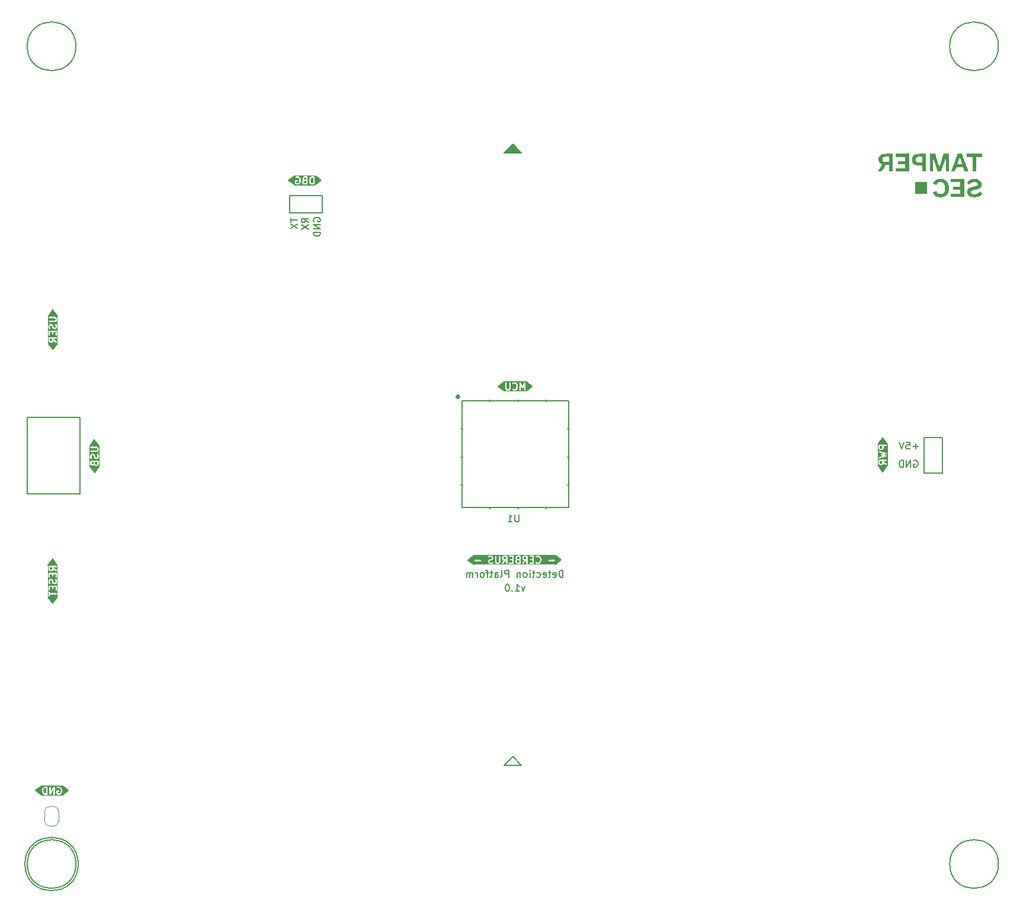
<source format=gbr>
%TF.GenerationSoftware,KiCad,Pcbnew,9.0.4*%
%TF.CreationDate,2025-08-20T10:27:04-06:00*%
%TF.ProjectId,cerberus,63657262-6572-4757-932e-6b696361645f,ERV A*%
%TF.SameCoordinates,Original*%
%TF.FileFunction,Legend,Bot*%
%TF.FilePolarity,Positive*%
%FSLAX46Y46*%
G04 Gerber Fmt 4.6, Leading zero omitted, Abs format (unit mm)*
G04 Created by KiCad (PCBNEW 9.0.4) date 2025-08-20 10:27:04*
%MOMM*%
%LPD*%
G01*
G04 APERTURE LIST*
%ADD10C,0.153000*%
%ADD11C,0.359343*%
%ADD12C,0.200000*%
%ADD13C,0.120000*%
%ADD14C,0.152400*%
%ADD15C,0.000000*%
G04 APERTURE END LIST*
D10*
X82850000Y-139312537D02*
X82050000Y-139949680D01*
X82050000Y-138699680D01*
X82850000Y-139312537D01*
G36*
X82850000Y-139312537D02*
G01*
X82050000Y-139949680D01*
X82050000Y-138699680D01*
X82850000Y-139312537D01*
G37*
X77000000Y-86000000D02*
X84500000Y-86000000D01*
X84500000Y-97000000D01*
X77000000Y-97000000D01*
X77000000Y-86000000D01*
X205200000Y-88900000D02*
X207750000Y-88900000D01*
X207750000Y-94000000D01*
X205200000Y-94000000D01*
X205200000Y-88900000D01*
X81216014Y-107100000D02*
X79966014Y-107100000D01*
X80578871Y-106300000D01*
X81216014Y-107100000D01*
G36*
X81216014Y-107100000D02*
G01*
X79966014Y-107100000D01*
X80578871Y-106300000D01*
X81216014Y-107100000D01*
G37*
X80603157Y-112550000D02*
X79966014Y-111750000D01*
X81216014Y-111750000D01*
X80603157Y-112550000D01*
G36*
X80603157Y-112550000D02*
G01*
X79966014Y-111750000D01*
X81216014Y-111750000D01*
X80603157Y-112550000D01*
G37*
X87210670Y-90092499D02*
X85960670Y-90092499D01*
X86573527Y-89292499D01*
X87210670Y-90092499D01*
G36*
X87210670Y-90092499D02*
G01*
X85960670Y-90092499D01*
X86573527Y-89292499D01*
X87210670Y-90092499D01*
G37*
X86597813Y-93900000D02*
X85960670Y-93100000D01*
X87210670Y-93100000D01*
X86597813Y-93900000D01*
G36*
X86597813Y-93900000D02*
G01*
X85960670Y-93100000D01*
X87210670Y-93100000D01*
X86597813Y-93900000D01*
G37*
X147626228Y-135750000D02*
X145126228Y-135750000D01*
X146376228Y-134500000D01*
X147626228Y-135750000D01*
X115130171Y-52804972D02*
X114330171Y-52192115D01*
X115130171Y-51554972D01*
X115130171Y-52804972D01*
G36*
X115130171Y-52804972D02*
G01*
X114330171Y-52192115D01*
X115130171Y-51554972D01*
X115130171Y-52804972D01*
G37*
X81250000Y-71550000D02*
X80000000Y-71550000D01*
X80612857Y-70750000D01*
X81250000Y-71550000D01*
G36*
X81250000Y-71550000D02*
G01*
X80000000Y-71550000D01*
X80612857Y-70750000D01*
X81250000Y-71550000D01*
G37*
X147626228Y-48250000D02*
X145126228Y-48250000D01*
X146376228Y-47000000D01*
X147626228Y-48250000D01*
G36*
X147626228Y-48250000D02*
G01*
X145126228Y-48250000D01*
X146376228Y-47000000D01*
X147626228Y-48250000D01*
G37*
X84264345Y-149826227D02*
G75*
G02*
X76638111Y-149826227I-3813117J0D01*
G01*
X76638111Y-149826227D02*
G75*
G02*
X84264345Y-149826227I3813117J0D01*
G01*
X145124742Y-82250000D02*
X144324742Y-81637143D01*
X145124742Y-81000000D01*
X145124742Y-82250000D01*
G36*
X145124742Y-82250000D02*
G01*
X144324742Y-81637143D01*
X145124742Y-81000000D01*
X145124742Y-82250000D01*
G37*
X199240620Y-93800000D02*
X198603477Y-93000000D01*
X199853477Y-93000000D01*
X199240620Y-93800000D01*
G36*
X199240620Y-93800000D02*
G01*
X198603477Y-93000000D01*
X199853477Y-93000000D01*
X199240620Y-93800000D01*
G37*
X199853477Y-89800000D02*
X198603477Y-89800000D01*
X199216334Y-89000000D01*
X199853477Y-89800000D01*
G36*
X199853477Y-89800000D02*
G01*
X198603477Y-89800000D01*
X199216334Y-89000000D01*
X199853477Y-89800000D01*
G37*
X83933325Y-33051227D02*
G75*
G02*
X76969131Y-33051227I-3482097J0D01*
G01*
X76969131Y-33051227D02*
G75*
G02*
X83933325Y-33051227I3482097J0D01*
G01*
X149118268Y-81612857D02*
X148318268Y-82250000D01*
X148318268Y-81000000D01*
X149118268Y-81612857D01*
G36*
X149118268Y-81612857D02*
G01*
X148318268Y-82250000D01*
X148318268Y-81000000D01*
X149118268Y-81612857D01*
G37*
X80637143Y-76300000D02*
X80000000Y-75500000D01*
X81250000Y-75500000D01*
X80637143Y-76300000D01*
G36*
X80637143Y-76300000D02*
G01*
X80000000Y-75500000D01*
X81250000Y-75500000D01*
X80637143Y-76300000D01*
G37*
X83933325Y-149826227D02*
G75*
G02*
X76969131Y-149826227I-3482097J0D01*
G01*
X76969131Y-149826227D02*
G75*
G02*
X83933325Y-149826227I3482097J0D01*
G01*
D11*
X138679671Y-83100000D02*
G75*
G02*
X138320329Y-83100000I-179671J0D01*
G01*
X138320329Y-83100000D02*
G75*
G02*
X138679671Y-83100000I179671J0D01*
G01*
D10*
X140800000Y-107025000D02*
X140000000Y-106412143D01*
X140800000Y-105775000D01*
X140800000Y-107025000D01*
G36*
X140800000Y-107025000D02*
G01*
X140000000Y-106412143D01*
X140800000Y-105775000D01*
X140800000Y-107025000D01*
G37*
X79000000Y-139949680D02*
X78200000Y-139336823D01*
X79000000Y-138699680D01*
X79000000Y-139949680D01*
G36*
X79000000Y-139949680D02*
G01*
X78200000Y-139336823D01*
X79000000Y-138699680D01*
X79000000Y-139949680D01*
G37*
X215783325Y-149826227D02*
G75*
G02*
X208819131Y-149826227I-3482097J0D01*
G01*
X208819131Y-149826227D02*
G75*
G02*
X215783325Y-149826227I3482097J0D01*
G01*
X153300000Y-106387857D02*
X152500000Y-107025000D01*
X152500000Y-105775000D01*
X153300000Y-106387857D01*
G36*
X153300000Y-106387857D02*
G01*
X152500000Y-107025000D01*
X152500000Y-105775000D01*
X153300000Y-106387857D01*
G37*
X114450000Y-54400000D02*
X119100000Y-54400000D01*
X119100000Y-56800000D01*
X114450000Y-56800000D01*
X114450000Y-54400000D01*
X118969829Y-52167829D02*
X118169829Y-52804972D01*
X118169829Y-51554972D01*
X118969829Y-52167829D01*
G36*
X118969829Y-52167829D02*
G01*
X118169829Y-52804972D01*
X118169829Y-51554972D01*
X118969829Y-52167829D01*
G37*
X215783325Y-33051227D02*
G75*
G02*
X208819131Y-33051227I-3482097J0D01*
G01*
X208819131Y-33051227D02*
G75*
G02*
X215783325Y-33051227I3482097J0D01*
G01*
D12*
X203706517Y-92214838D02*
X203801755Y-92167219D01*
X203801755Y-92167219D02*
X203944612Y-92167219D01*
X203944612Y-92167219D02*
X204087469Y-92214838D01*
X204087469Y-92214838D02*
X204182707Y-92310076D01*
X204182707Y-92310076D02*
X204230326Y-92405314D01*
X204230326Y-92405314D02*
X204277945Y-92595790D01*
X204277945Y-92595790D02*
X204277945Y-92738647D01*
X204277945Y-92738647D02*
X204230326Y-92929123D01*
X204230326Y-92929123D02*
X204182707Y-93024361D01*
X204182707Y-93024361D02*
X204087469Y-93119600D01*
X204087469Y-93119600D02*
X203944612Y-93167219D01*
X203944612Y-93167219D02*
X203849374Y-93167219D01*
X203849374Y-93167219D02*
X203706517Y-93119600D01*
X203706517Y-93119600D02*
X203658898Y-93071980D01*
X203658898Y-93071980D02*
X203658898Y-92738647D01*
X203658898Y-92738647D02*
X203849374Y-92738647D01*
X203230326Y-93167219D02*
X203230326Y-92167219D01*
X203230326Y-92167219D02*
X202658898Y-93167219D01*
X202658898Y-93167219D02*
X202658898Y-92167219D01*
X202182707Y-93167219D02*
X202182707Y-92167219D01*
X202182707Y-92167219D02*
X201944612Y-92167219D01*
X201944612Y-92167219D02*
X201801755Y-92214838D01*
X201801755Y-92214838D02*
X201706517Y-92310076D01*
X201706517Y-92310076D02*
X201658898Y-92405314D01*
X201658898Y-92405314D02*
X201611279Y-92595790D01*
X201611279Y-92595790D02*
X201611279Y-92738647D01*
X201611279Y-92738647D02*
X201658898Y-92929123D01*
X201658898Y-92929123D02*
X201706517Y-93024361D01*
X201706517Y-93024361D02*
X201801755Y-93119600D01*
X201801755Y-93119600D02*
X201944612Y-93167219D01*
X201944612Y-93167219D02*
X202182707Y-93167219D01*
G36*
X80546042Y-107695708D02*
G01*
X80516237Y-107755317D01*
X80491568Y-107779985D01*
X80431959Y-107809791D01*
X80336316Y-107809791D01*
X80276706Y-107779986D01*
X80252038Y-107755317D01*
X80222233Y-107695707D01*
X80222233Y-107438363D01*
X80546042Y-107438363D01*
X80546042Y-107695708D01*
G37*
G36*
X81333344Y-111738029D02*
G01*
X79911122Y-111738029D01*
X79911122Y-110957411D01*
X80022233Y-110957411D01*
X80022233Y-111528839D01*
X80024154Y-111548348D01*
X80039086Y-111584396D01*
X80066676Y-111611986D01*
X80102724Y-111626918D01*
X80141742Y-111626918D01*
X80177790Y-111611986D01*
X80205380Y-111584396D01*
X80220312Y-111548348D01*
X80222233Y-111528839D01*
X80222233Y-111343125D01*
X81122233Y-111343125D01*
X81141742Y-111341204D01*
X81177790Y-111326272D01*
X81205380Y-111298682D01*
X81220312Y-111262634D01*
X81220312Y-111223616D01*
X81205380Y-111187568D01*
X81177790Y-111159978D01*
X81141742Y-111145046D01*
X81122233Y-111143125D01*
X80222233Y-111143125D01*
X80222233Y-110957411D01*
X80220312Y-110937902D01*
X80205380Y-110901854D01*
X80177790Y-110874264D01*
X80141742Y-110859332D01*
X80102724Y-110859332D01*
X80066676Y-110874264D01*
X80039086Y-110901854D01*
X80024154Y-110937902D01*
X80022233Y-110957411D01*
X79911122Y-110957411D01*
X79911122Y-110195506D01*
X80022233Y-110195506D01*
X80022233Y-110671696D01*
X80024154Y-110691205D01*
X80039086Y-110727253D01*
X80066676Y-110754843D01*
X80102724Y-110769775D01*
X80141742Y-110769775D01*
X80177790Y-110754843D01*
X80205380Y-110727253D01*
X80220312Y-110691205D01*
X80222233Y-110671696D01*
X80222233Y-110295506D01*
X80498423Y-110295506D01*
X80498423Y-110528839D01*
X80500344Y-110548348D01*
X80515276Y-110584396D01*
X80542866Y-110611986D01*
X80578914Y-110626918D01*
X80617932Y-110626918D01*
X80653980Y-110611986D01*
X80681570Y-110584396D01*
X80696502Y-110548348D01*
X80698423Y-110528839D01*
X80698423Y-110295506D01*
X81022233Y-110295506D01*
X81022233Y-110671696D01*
X81024154Y-110691205D01*
X81039086Y-110727253D01*
X81066676Y-110754843D01*
X81102724Y-110769775D01*
X81141742Y-110769775D01*
X81177790Y-110754843D01*
X81205380Y-110727253D01*
X81220312Y-110691205D01*
X81222233Y-110671696D01*
X81222233Y-110195506D01*
X81220312Y-110175997D01*
X81205380Y-110139949D01*
X81177790Y-110112359D01*
X81141742Y-110097427D01*
X81122233Y-110095506D01*
X80122233Y-110095506D01*
X80102724Y-110097427D01*
X80066676Y-110112359D01*
X80039086Y-110139949D01*
X80024154Y-110175997D01*
X80022233Y-110195506D01*
X79911122Y-110195506D01*
X79911122Y-109385982D01*
X80022233Y-109385982D01*
X80022233Y-109624077D01*
X80023205Y-109633950D01*
X80023018Y-109636584D01*
X80023805Y-109640047D01*
X80024154Y-109643586D01*
X80025165Y-109646028D01*
X80027365Y-109655700D01*
X80074984Y-109798556D01*
X80082975Y-109816457D01*
X80108540Y-109845933D01*
X80143439Y-109863382D01*
X80182359Y-109866149D01*
X80219375Y-109853810D01*
X80248851Y-109828245D01*
X80266301Y-109793346D01*
X80269067Y-109754426D01*
X80264720Y-109735311D01*
X80222233Y-109607850D01*
X80222233Y-109409589D01*
X80252038Y-109349979D01*
X80276706Y-109325310D01*
X80336316Y-109295506D01*
X80384340Y-109295506D01*
X80443949Y-109325311D01*
X80468618Y-109349979D01*
X80504071Y-109420886D01*
X80549028Y-109600711D01*
X80549541Y-109602148D01*
X80549593Y-109602871D01*
X80552701Y-109610995D01*
X80555623Y-109619172D01*
X80556053Y-109619752D01*
X80556599Y-109621179D01*
X80604218Y-109716417D01*
X80609503Y-109724813D01*
X80610514Y-109727253D01*
X80612767Y-109729999D01*
X80614661Y-109733007D01*
X80616655Y-109734736D01*
X80622950Y-109742407D01*
X80670569Y-109790025D01*
X80678235Y-109796317D01*
X80679968Y-109798315D01*
X80682976Y-109800208D01*
X80685722Y-109802462D01*
X80688162Y-109803472D01*
X80696559Y-109808758D01*
X80791796Y-109856377D01*
X80810105Y-109863383D01*
X80813688Y-109863637D01*
X80817009Y-109865013D01*
X80836518Y-109866934D01*
X80931756Y-109866934D01*
X80951265Y-109865013D01*
X80954585Y-109863637D01*
X80958169Y-109863383D01*
X80976477Y-109856377D01*
X81071715Y-109808758D01*
X81080107Y-109803474D01*
X81082551Y-109802463D01*
X81085300Y-109800206D01*
X81088305Y-109798315D01*
X81090034Y-109796320D01*
X81097704Y-109790026D01*
X81145324Y-109742408D01*
X81151617Y-109734739D01*
X81153614Y-109733008D01*
X81155507Y-109729999D01*
X81157761Y-109727254D01*
X81158771Y-109724813D01*
X81164057Y-109716417D01*
X81211676Y-109621180D01*
X81218682Y-109602871D01*
X81218936Y-109599287D01*
X81220312Y-109595967D01*
X81222233Y-109576458D01*
X81222233Y-109338363D01*
X81221260Y-109328489D01*
X81221448Y-109325855D01*
X81220660Y-109322391D01*
X81220312Y-109318854D01*
X81219300Y-109316412D01*
X81217101Y-109306740D01*
X81169482Y-109163883D01*
X81161491Y-109145983D01*
X81135926Y-109116507D01*
X81101027Y-109099057D01*
X81062107Y-109096291D01*
X81025091Y-109108629D01*
X80995615Y-109134194D01*
X80978165Y-109169093D01*
X80975399Y-109208013D01*
X80979746Y-109227129D01*
X81022233Y-109354589D01*
X81022233Y-109552851D01*
X80992428Y-109612460D01*
X80967760Y-109637127D01*
X80908149Y-109666934D01*
X80860125Y-109666934D01*
X80800515Y-109637129D01*
X80775847Y-109612460D01*
X80740393Y-109541553D01*
X80695437Y-109361728D01*
X80694923Y-109360289D01*
X80694872Y-109359569D01*
X80691763Y-109351444D01*
X80688842Y-109343268D01*
X80688412Y-109342688D01*
X80687866Y-109341260D01*
X80640247Y-109246023D01*
X80634961Y-109237626D01*
X80633951Y-109235186D01*
X80631697Y-109232440D01*
X80629804Y-109229432D01*
X80627806Y-109227699D01*
X80621514Y-109220033D01*
X80573896Y-109172414D01*
X80566225Y-109166119D01*
X80564496Y-109164125D01*
X80561488Y-109162231D01*
X80558742Y-109159978D01*
X80556302Y-109158967D01*
X80547906Y-109153682D01*
X80452668Y-109106063D01*
X80434360Y-109099057D01*
X80430776Y-109098802D01*
X80427456Y-109097427D01*
X80407947Y-109095506D01*
X80312709Y-109095506D01*
X80293200Y-109097427D01*
X80289879Y-109098802D01*
X80286296Y-109099057D01*
X80267987Y-109106063D01*
X80172750Y-109153682D01*
X80164353Y-109158967D01*
X80161913Y-109159978D01*
X80159167Y-109162231D01*
X80156159Y-109164125D01*
X80154426Y-109166122D01*
X80146760Y-109172415D01*
X80099141Y-109220033D01*
X80092846Y-109227703D01*
X80090852Y-109229433D01*
X80088958Y-109232440D01*
X80086705Y-109235187D01*
X80085694Y-109237626D01*
X80080409Y-109246023D01*
X80032790Y-109341261D01*
X80025784Y-109359569D01*
X80025529Y-109363152D01*
X80024154Y-109366473D01*
X80022233Y-109385982D01*
X79911122Y-109385982D01*
X79911122Y-108338363D01*
X80022233Y-108338363D01*
X80022233Y-108814553D01*
X80024154Y-108834062D01*
X80039086Y-108870110D01*
X80066676Y-108897700D01*
X80102724Y-108912632D01*
X80141742Y-108912632D01*
X80177790Y-108897700D01*
X80205380Y-108870110D01*
X80220312Y-108834062D01*
X80222233Y-108814553D01*
X80222233Y-108438363D01*
X80498423Y-108438363D01*
X80498423Y-108671696D01*
X80500344Y-108691205D01*
X80515276Y-108727253D01*
X80542866Y-108754843D01*
X80578914Y-108769775D01*
X80617932Y-108769775D01*
X80653980Y-108754843D01*
X80681570Y-108727253D01*
X80696502Y-108691205D01*
X80698423Y-108671696D01*
X80698423Y-108438363D01*
X81022233Y-108438363D01*
X81022233Y-108814553D01*
X81024154Y-108834062D01*
X81039086Y-108870110D01*
X81066676Y-108897700D01*
X81102724Y-108912632D01*
X81141742Y-108912632D01*
X81177790Y-108897700D01*
X81205380Y-108870110D01*
X81220312Y-108834062D01*
X81222233Y-108814553D01*
X81222233Y-108338363D01*
X81220312Y-108318854D01*
X81205380Y-108282806D01*
X81177790Y-108255216D01*
X81141742Y-108240284D01*
X81122233Y-108238363D01*
X80122233Y-108238363D01*
X80102724Y-108240284D01*
X80066676Y-108255216D01*
X80039086Y-108282806D01*
X80024154Y-108318854D01*
X80022233Y-108338363D01*
X79911122Y-108338363D01*
X79911122Y-107338363D01*
X80022233Y-107338363D01*
X80022233Y-107719315D01*
X80024154Y-107738824D01*
X80025529Y-107742144D01*
X80025784Y-107745728D01*
X80032790Y-107764036D01*
X80080409Y-107859274D01*
X80085694Y-107867670D01*
X80086705Y-107870110D01*
X80088958Y-107872856D01*
X80090852Y-107875864D01*
X80092846Y-107877593D01*
X80099141Y-107885264D01*
X80146760Y-107932882D01*
X80154426Y-107939174D01*
X80156159Y-107941172D01*
X80159167Y-107943065D01*
X80161913Y-107945319D01*
X80164353Y-107946329D01*
X80172750Y-107951615D01*
X80267987Y-107999234D01*
X80286296Y-108006240D01*
X80289879Y-108006494D01*
X80293200Y-108007870D01*
X80312709Y-108009791D01*
X80455566Y-108009791D01*
X80475075Y-108007870D01*
X80478395Y-108006494D01*
X80481979Y-108006240D01*
X80500287Y-107999234D01*
X80595525Y-107951615D01*
X80603921Y-107946329D01*
X80606361Y-107945319D01*
X80609107Y-107943065D01*
X80612115Y-107941172D01*
X80613844Y-107939177D01*
X80621515Y-107932883D01*
X80669133Y-107885264D01*
X80675425Y-107877597D01*
X80677423Y-107875865D01*
X80679316Y-107872856D01*
X80681570Y-107870111D01*
X80682580Y-107867670D01*
X80687866Y-107859274D01*
X80735485Y-107764037D01*
X80736361Y-107761746D01*
X81064887Y-107991714D01*
X81081971Y-108001328D01*
X81120066Y-108009768D01*
X81158490Y-108002987D01*
X81191395Y-107982018D01*
X81213770Y-107950053D01*
X81222210Y-107911959D01*
X81215429Y-107873534D01*
X81194460Y-107840629D01*
X81179579Y-107827868D01*
X80746042Y-107524392D01*
X80746042Y-107438363D01*
X81122233Y-107438363D01*
X81141742Y-107436442D01*
X81177790Y-107421510D01*
X81205380Y-107393920D01*
X81220312Y-107357872D01*
X81220312Y-107318854D01*
X81205380Y-107282806D01*
X81177790Y-107255216D01*
X81141742Y-107240284D01*
X81122233Y-107238363D01*
X80122233Y-107238363D01*
X80102724Y-107240284D01*
X80066676Y-107255216D01*
X80039086Y-107282806D01*
X80024154Y-107318854D01*
X80022233Y-107338363D01*
X79911122Y-107338363D01*
X79911122Y-107127252D01*
X81333344Y-107127252D01*
X81333344Y-111738029D01*
G37*
D10*
X117184663Y-58210180D02*
X116708472Y-57876847D01*
X117184663Y-57638752D02*
X116184663Y-57638752D01*
X116184663Y-57638752D02*
X116184663Y-58019704D01*
X116184663Y-58019704D02*
X116232282Y-58114942D01*
X116232282Y-58114942D02*
X116279901Y-58162561D01*
X116279901Y-58162561D02*
X116375139Y-58210180D01*
X116375139Y-58210180D02*
X116517996Y-58210180D01*
X116517996Y-58210180D02*
X116613234Y-58162561D01*
X116613234Y-58162561D02*
X116660853Y-58114942D01*
X116660853Y-58114942D02*
X116708472Y-58019704D01*
X116708472Y-58019704D02*
X116708472Y-57638752D01*
X116184663Y-58543514D02*
X117184663Y-59210180D01*
X116184663Y-59210180D02*
X117184663Y-58543514D01*
D12*
X204330326Y-90186266D02*
X203568422Y-90186266D01*
X203949374Y-90567219D02*
X203949374Y-89805314D01*
X202616041Y-89567219D02*
X203092231Y-89567219D01*
X203092231Y-89567219D02*
X203139850Y-90043409D01*
X203139850Y-90043409D02*
X203092231Y-89995790D01*
X203092231Y-89995790D02*
X202996993Y-89948171D01*
X202996993Y-89948171D02*
X202758898Y-89948171D01*
X202758898Y-89948171D02*
X202663660Y-89995790D01*
X202663660Y-89995790D02*
X202616041Y-90043409D01*
X202616041Y-90043409D02*
X202568422Y-90138647D01*
X202568422Y-90138647D02*
X202568422Y-90376742D01*
X202568422Y-90376742D02*
X202616041Y-90471980D01*
X202616041Y-90471980D02*
X202663660Y-90519600D01*
X202663660Y-90519600D02*
X202758898Y-90567219D01*
X202758898Y-90567219D02*
X202996993Y-90567219D01*
X202996993Y-90567219D02*
X203092231Y-90519600D01*
X203092231Y-90519600D02*
X203139850Y-90471980D01*
X202282707Y-89567219D02*
X201949374Y-90567219D01*
X201949374Y-90567219D02*
X201616041Y-89567219D01*
D10*
X153535987Y-108869663D02*
X153535987Y-107869663D01*
X153535987Y-107869663D02*
X153297892Y-107869663D01*
X153297892Y-107869663D02*
X153155035Y-107917282D01*
X153155035Y-107917282D02*
X153059797Y-108012520D01*
X153059797Y-108012520D02*
X153012178Y-108107758D01*
X153012178Y-108107758D02*
X152964559Y-108298234D01*
X152964559Y-108298234D02*
X152964559Y-108441091D01*
X152964559Y-108441091D02*
X153012178Y-108631567D01*
X153012178Y-108631567D02*
X153059797Y-108726805D01*
X153059797Y-108726805D02*
X153155035Y-108822044D01*
X153155035Y-108822044D02*
X153297892Y-108869663D01*
X153297892Y-108869663D02*
X153535987Y-108869663D01*
X152155035Y-108822044D02*
X152250273Y-108869663D01*
X152250273Y-108869663D02*
X152440749Y-108869663D01*
X152440749Y-108869663D02*
X152535987Y-108822044D01*
X152535987Y-108822044D02*
X152583606Y-108726805D01*
X152583606Y-108726805D02*
X152583606Y-108345853D01*
X152583606Y-108345853D02*
X152535987Y-108250615D01*
X152535987Y-108250615D02*
X152440749Y-108202996D01*
X152440749Y-108202996D02*
X152250273Y-108202996D01*
X152250273Y-108202996D02*
X152155035Y-108250615D01*
X152155035Y-108250615D02*
X152107416Y-108345853D01*
X152107416Y-108345853D02*
X152107416Y-108441091D01*
X152107416Y-108441091D02*
X152583606Y-108536329D01*
X151821701Y-108202996D02*
X151440749Y-108202996D01*
X151678844Y-107869663D02*
X151678844Y-108726805D01*
X151678844Y-108726805D02*
X151631225Y-108822044D01*
X151631225Y-108822044D02*
X151535987Y-108869663D01*
X151535987Y-108869663D02*
X151440749Y-108869663D01*
X150726463Y-108822044D02*
X150821701Y-108869663D01*
X150821701Y-108869663D02*
X151012177Y-108869663D01*
X151012177Y-108869663D02*
X151107415Y-108822044D01*
X151107415Y-108822044D02*
X151155034Y-108726805D01*
X151155034Y-108726805D02*
X151155034Y-108345853D01*
X151155034Y-108345853D02*
X151107415Y-108250615D01*
X151107415Y-108250615D02*
X151012177Y-108202996D01*
X151012177Y-108202996D02*
X150821701Y-108202996D01*
X150821701Y-108202996D02*
X150726463Y-108250615D01*
X150726463Y-108250615D02*
X150678844Y-108345853D01*
X150678844Y-108345853D02*
X150678844Y-108441091D01*
X150678844Y-108441091D02*
X151155034Y-108536329D01*
X149821701Y-108822044D02*
X149916939Y-108869663D01*
X149916939Y-108869663D02*
X150107415Y-108869663D01*
X150107415Y-108869663D02*
X150202653Y-108822044D01*
X150202653Y-108822044D02*
X150250272Y-108774424D01*
X150250272Y-108774424D02*
X150297891Y-108679186D01*
X150297891Y-108679186D02*
X150297891Y-108393472D01*
X150297891Y-108393472D02*
X150250272Y-108298234D01*
X150250272Y-108298234D02*
X150202653Y-108250615D01*
X150202653Y-108250615D02*
X150107415Y-108202996D01*
X150107415Y-108202996D02*
X149916939Y-108202996D01*
X149916939Y-108202996D02*
X149821701Y-108250615D01*
X149535986Y-108202996D02*
X149155034Y-108202996D01*
X149393129Y-107869663D02*
X149393129Y-108726805D01*
X149393129Y-108726805D02*
X149345510Y-108822044D01*
X149345510Y-108822044D02*
X149250272Y-108869663D01*
X149250272Y-108869663D02*
X149155034Y-108869663D01*
X148821700Y-108869663D02*
X148821700Y-108202996D01*
X148821700Y-107869663D02*
X148869319Y-107917282D01*
X148869319Y-107917282D02*
X148821700Y-107964901D01*
X148821700Y-107964901D02*
X148774081Y-107917282D01*
X148774081Y-107917282D02*
X148821700Y-107869663D01*
X148821700Y-107869663D02*
X148821700Y-107964901D01*
X148202653Y-108869663D02*
X148297891Y-108822044D01*
X148297891Y-108822044D02*
X148345510Y-108774424D01*
X148345510Y-108774424D02*
X148393129Y-108679186D01*
X148393129Y-108679186D02*
X148393129Y-108393472D01*
X148393129Y-108393472D02*
X148345510Y-108298234D01*
X148345510Y-108298234D02*
X148297891Y-108250615D01*
X148297891Y-108250615D02*
X148202653Y-108202996D01*
X148202653Y-108202996D02*
X148059796Y-108202996D01*
X148059796Y-108202996D02*
X147964558Y-108250615D01*
X147964558Y-108250615D02*
X147916939Y-108298234D01*
X147916939Y-108298234D02*
X147869320Y-108393472D01*
X147869320Y-108393472D02*
X147869320Y-108679186D01*
X147869320Y-108679186D02*
X147916939Y-108774424D01*
X147916939Y-108774424D02*
X147964558Y-108822044D01*
X147964558Y-108822044D02*
X148059796Y-108869663D01*
X148059796Y-108869663D02*
X148202653Y-108869663D01*
X147440748Y-108202996D02*
X147440748Y-108869663D01*
X147440748Y-108298234D02*
X147393129Y-108250615D01*
X147393129Y-108250615D02*
X147297891Y-108202996D01*
X147297891Y-108202996D02*
X147155034Y-108202996D01*
X147155034Y-108202996D02*
X147059796Y-108250615D01*
X147059796Y-108250615D02*
X147012177Y-108345853D01*
X147012177Y-108345853D02*
X147012177Y-108869663D01*
X145774081Y-108869663D02*
X145774081Y-107869663D01*
X145774081Y-107869663D02*
X145393129Y-107869663D01*
X145393129Y-107869663D02*
X145297891Y-107917282D01*
X145297891Y-107917282D02*
X145250272Y-107964901D01*
X145250272Y-107964901D02*
X145202653Y-108060139D01*
X145202653Y-108060139D02*
X145202653Y-108202996D01*
X145202653Y-108202996D02*
X145250272Y-108298234D01*
X145250272Y-108298234D02*
X145297891Y-108345853D01*
X145297891Y-108345853D02*
X145393129Y-108393472D01*
X145393129Y-108393472D02*
X145774081Y-108393472D01*
X144631224Y-108869663D02*
X144726462Y-108822044D01*
X144726462Y-108822044D02*
X144774081Y-108726805D01*
X144774081Y-108726805D02*
X144774081Y-107869663D01*
X143821700Y-108869663D02*
X143821700Y-108345853D01*
X143821700Y-108345853D02*
X143869319Y-108250615D01*
X143869319Y-108250615D02*
X143964557Y-108202996D01*
X143964557Y-108202996D02*
X144155033Y-108202996D01*
X144155033Y-108202996D02*
X144250271Y-108250615D01*
X143821700Y-108822044D02*
X143916938Y-108869663D01*
X143916938Y-108869663D02*
X144155033Y-108869663D01*
X144155033Y-108869663D02*
X144250271Y-108822044D01*
X144250271Y-108822044D02*
X144297890Y-108726805D01*
X144297890Y-108726805D02*
X144297890Y-108631567D01*
X144297890Y-108631567D02*
X144250271Y-108536329D01*
X144250271Y-108536329D02*
X144155033Y-108488710D01*
X144155033Y-108488710D02*
X143916938Y-108488710D01*
X143916938Y-108488710D02*
X143821700Y-108441091D01*
X143488366Y-108202996D02*
X143107414Y-108202996D01*
X143345509Y-107869663D02*
X143345509Y-108726805D01*
X143345509Y-108726805D02*
X143297890Y-108822044D01*
X143297890Y-108822044D02*
X143202652Y-108869663D01*
X143202652Y-108869663D02*
X143107414Y-108869663D01*
X142916937Y-108202996D02*
X142535985Y-108202996D01*
X142774080Y-108869663D02*
X142774080Y-108012520D01*
X142774080Y-108012520D02*
X142726461Y-107917282D01*
X142726461Y-107917282D02*
X142631223Y-107869663D01*
X142631223Y-107869663D02*
X142535985Y-107869663D01*
X142059794Y-108869663D02*
X142155032Y-108822044D01*
X142155032Y-108822044D02*
X142202651Y-108774424D01*
X142202651Y-108774424D02*
X142250270Y-108679186D01*
X142250270Y-108679186D02*
X142250270Y-108393472D01*
X142250270Y-108393472D02*
X142202651Y-108298234D01*
X142202651Y-108298234D02*
X142155032Y-108250615D01*
X142155032Y-108250615D02*
X142059794Y-108202996D01*
X142059794Y-108202996D02*
X141916937Y-108202996D01*
X141916937Y-108202996D02*
X141821699Y-108250615D01*
X141821699Y-108250615D02*
X141774080Y-108298234D01*
X141774080Y-108298234D02*
X141726461Y-108393472D01*
X141726461Y-108393472D02*
X141726461Y-108679186D01*
X141726461Y-108679186D02*
X141774080Y-108774424D01*
X141774080Y-108774424D02*
X141821699Y-108822044D01*
X141821699Y-108822044D02*
X141916937Y-108869663D01*
X141916937Y-108869663D02*
X142059794Y-108869663D01*
X141297889Y-108869663D02*
X141297889Y-108202996D01*
X141297889Y-108393472D02*
X141250270Y-108298234D01*
X141250270Y-108298234D02*
X141202651Y-108250615D01*
X141202651Y-108250615D02*
X141107413Y-108202996D01*
X141107413Y-108202996D02*
X141012175Y-108202996D01*
X140678841Y-108869663D02*
X140678841Y-108202996D01*
X140678841Y-108298234D02*
X140631222Y-108250615D01*
X140631222Y-108250615D02*
X140535984Y-108202996D01*
X140535984Y-108202996D02*
X140393127Y-108202996D01*
X140393127Y-108202996D02*
X140297889Y-108250615D01*
X140297889Y-108250615D02*
X140250270Y-108345853D01*
X140250270Y-108345853D02*
X140250270Y-108869663D01*
X140250270Y-108345853D02*
X140202651Y-108250615D01*
X140202651Y-108250615D02*
X140107413Y-108202996D01*
X140107413Y-108202996D02*
X139964556Y-108202996D01*
X139964556Y-108202996D02*
X139869317Y-108250615D01*
X139869317Y-108250615D02*
X139821698Y-108345853D01*
X139821698Y-108345853D02*
X139821698Y-108869663D01*
D12*
G36*
X199169505Y-92544875D02*
G01*
X199139700Y-92604484D01*
X199115031Y-92629152D01*
X199055422Y-92658958D01*
X198959779Y-92658958D01*
X198900169Y-92629153D01*
X198875501Y-92604484D01*
X198845696Y-92544874D01*
X198845696Y-92287530D01*
X199169505Y-92287530D01*
X199169505Y-92544875D01*
G37*
G36*
X199169505Y-90402018D02*
G01*
X199139700Y-90461627D01*
X199115031Y-90486295D01*
X199055422Y-90516101D01*
X198959779Y-90516101D01*
X198900169Y-90486296D01*
X198875501Y-90461627D01*
X198845696Y-90402017D01*
X198845696Y-90144673D01*
X199169505Y-90144673D01*
X199169505Y-90402018D01*
G37*
G36*
X199956784Y-92970069D02*
G01*
X198534585Y-92970069D01*
X198534585Y-92187530D01*
X198645696Y-92187530D01*
X198645696Y-92568482D01*
X198647617Y-92587991D01*
X198648992Y-92591311D01*
X198649247Y-92594895D01*
X198656253Y-92613203D01*
X198703872Y-92708441D01*
X198709157Y-92716837D01*
X198710168Y-92719277D01*
X198712421Y-92722023D01*
X198714315Y-92725031D01*
X198716309Y-92726760D01*
X198722604Y-92734431D01*
X198770223Y-92782049D01*
X198777889Y-92788341D01*
X198779622Y-92790339D01*
X198782630Y-92792232D01*
X198785376Y-92794486D01*
X198787816Y-92795496D01*
X198796213Y-92800782D01*
X198891450Y-92848401D01*
X198909759Y-92855407D01*
X198913342Y-92855661D01*
X198916663Y-92857037D01*
X198936172Y-92858958D01*
X199079029Y-92858958D01*
X199098538Y-92857037D01*
X199101858Y-92855661D01*
X199105442Y-92855407D01*
X199123750Y-92848401D01*
X199218988Y-92800782D01*
X199227384Y-92795496D01*
X199229824Y-92794486D01*
X199232570Y-92792232D01*
X199235578Y-92790339D01*
X199237307Y-92788344D01*
X199244978Y-92782050D01*
X199292596Y-92734431D01*
X199298888Y-92726764D01*
X199300886Y-92725032D01*
X199302779Y-92722023D01*
X199305033Y-92719278D01*
X199306043Y-92716837D01*
X199311329Y-92708441D01*
X199358948Y-92613204D01*
X199359824Y-92610913D01*
X199688350Y-92840881D01*
X199705434Y-92850495D01*
X199743529Y-92858935D01*
X199781953Y-92852154D01*
X199814858Y-92831185D01*
X199837233Y-92799220D01*
X199845673Y-92761126D01*
X199838892Y-92722701D01*
X199817923Y-92689796D01*
X199803042Y-92677035D01*
X199369505Y-92373559D01*
X199369505Y-92287530D01*
X199745696Y-92287530D01*
X199765205Y-92285609D01*
X199801253Y-92270677D01*
X199828843Y-92243087D01*
X199843775Y-92207039D01*
X199843775Y-92168021D01*
X199828843Y-92131973D01*
X199801253Y-92104383D01*
X199765205Y-92089451D01*
X199745696Y-92087530D01*
X198745696Y-92087530D01*
X198726187Y-92089451D01*
X198690139Y-92104383D01*
X198662549Y-92131973D01*
X198647617Y-92168021D01*
X198645696Y-92187530D01*
X198534585Y-92187530D01*
X198534585Y-90945696D01*
X198645765Y-90945696D01*
X198651942Y-90984223D01*
X198672391Y-91017453D01*
X198704000Y-91040328D01*
X198722534Y-91046716D01*
X199337006Y-91193018D01*
X199005644Y-91281382D01*
X199001069Y-91283097D01*
X198999153Y-91283352D01*
X198996878Y-91284668D01*
X198987288Y-91288265D01*
X198976802Y-91296291D01*
X198965385Y-91302901D01*
X198961448Y-91308044D01*
X198956305Y-91311981D01*
X198949695Y-91323398D01*
X198941669Y-91333884D01*
X198939998Y-91340147D01*
X198936756Y-91345749D01*
X198935018Y-91358826D01*
X198931616Y-91371585D01*
X198932469Y-91378006D01*
X198931616Y-91384427D01*
X198935018Y-91397185D01*
X198936756Y-91410263D01*
X198939998Y-91415864D01*
X198941669Y-91422128D01*
X198949695Y-91432613D01*
X198956305Y-91444031D01*
X198961448Y-91447967D01*
X198965385Y-91453111D01*
X198976802Y-91459720D01*
X198987288Y-91467747D01*
X198996878Y-91471343D01*
X198999153Y-91472660D01*
X199001069Y-91472914D01*
X199005644Y-91474630D01*
X199337007Y-91562993D01*
X198722534Y-91709297D01*
X198704000Y-91715685D01*
X198672391Y-91738560D01*
X198651942Y-91771790D01*
X198645765Y-91810317D01*
X198654803Y-91848274D01*
X198677678Y-91879883D01*
X198710908Y-91900332D01*
X198749435Y-91906509D01*
X198768858Y-91903859D01*
X199768858Y-91665763D01*
X199775550Y-91663456D01*
X199777954Y-91663137D01*
X199780126Y-91661879D01*
X199787392Y-91659375D01*
X199799154Y-91650862D01*
X199811721Y-91643587D01*
X199814841Y-91639509D01*
X199819001Y-91636500D01*
X199826608Y-91624137D01*
X199835437Y-91612604D01*
X199836760Y-91607640D01*
X199839450Y-91603270D01*
X199841747Y-91588938D01*
X199845490Y-91574903D01*
X199844813Y-91569811D01*
X199845626Y-91564743D01*
X199842263Y-91550620D01*
X199840351Y-91536225D01*
X199837778Y-91531781D01*
X199836589Y-91526786D01*
X199828075Y-91515021D01*
X199820801Y-91502457D01*
X199816723Y-91499336D01*
X199813714Y-91495177D01*
X199801353Y-91487570D01*
X199789818Y-91478741D01*
X199782616Y-91476040D01*
X199780483Y-91474728D01*
X199778092Y-91474344D01*
X199771463Y-91471859D01*
X199419515Y-91378006D01*
X199771463Y-91284153D01*
X199778092Y-91281667D01*
X199780484Y-91281284D01*
X199782618Y-91279970D01*
X199789818Y-91277271D01*
X199801351Y-91268442D01*
X199813714Y-91260835D01*
X199816723Y-91256675D01*
X199820801Y-91253555D01*
X199828075Y-91240990D01*
X199836589Y-91229226D01*
X199837778Y-91224230D01*
X199840351Y-91219787D01*
X199842262Y-91205397D01*
X199845627Y-91191269D01*
X199844813Y-91186197D01*
X199845490Y-91181109D01*
X199841748Y-91167076D01*
X199839450Y-91152742D01*
X199836760Y-91148371D01*
X199835437Y-91143408D01*
X199826608Y-91131874D01*
X199819001Y-91119512D01*
X199814841Y-91116502D01*
X199811721Y-91112425D01*
X199799154Y-91105149D01*
X199787392Y-91096637D01*
X199780126Y-91094132D01*
X199777954Y-91092875D01*
X199775550Y-91092555D01*
X199768858Y-91090249D01*
X198768858Y-90852154D01*
X198749435Y-90849504D01*
X198710908Y-90855681D01*
X198677678Y-90876130D01*
X198654803Y-90907739D01*
X198645765Y-90945696D01*
X198534585Y-90945696D01*
X198534585Y-90044673D01*
X198645696Y-90044673D01*
X198645696Y-90425625D01*
X198647617Y-90445134D01*
X198648992Y-90448454D01*
X198649247Y-90452038D01*
X198656253Y-90470346D01*
X198703872Y-90565584D01*
X198709157Y-90573980D01*
X198710168Y-90576420D01*
X198712421Y-90579166D01*
X198714315Y-90582174D01*
X198716309Y-90583903D01*
X198722604Y-90591574D01*
X198770223Y-90639192D01*
X198777889Y-90645484D01*
X198779622Y-90647482D01*
X198782630Y-90649375D01*
X198785376Y-90651629D01*
X198787816Y-90652639D01*
X198796213Y-90657925D01*
X198891450Y-90705544D01*
X198909759Y-90712550D01*
X198913342Y-90712804D01*
X198916663Y-90714180D01*
X198936172Y-90716101D01*
X199079029Y-90716101D01*
X199098538Y-90714180D01*
X199101858Y-90712804D01*
X199105442Y-90712550D01*
X199123750Y-90705544D01*
X199218988Y-90657925D01*
X199227384Y-90652639D01*
X199229824Y-90651629D01*
X199232570Y-90649375D01*
X199235578Y-90647482D01*
X199237307Y-90645487D01*
X199244978Y-90639193D01*
X199292596Y-90591574D01*
X199298888Y-90583907D01*
X199300886Y-90582175D01*
X199302779Y-90579166D01*
X199305033Y-90576421D01*
X199306043Y-90573980D01*
X199311329Y-90565584D01*
X199358948Y-90470347D01*
X199365954Y-90452038D01*
X199366208Y-90448454D01*
X199367584Y-90445134D01*
X199369505Y-90425625D01*
X199369505Y-90144673D01*
X199745696Y-90144673D01*
X199765205Y-90142752D01*
X199801253Y-90127820D01*
X199828843Y-90100230D01*
X199843775Y-90064182D01*
X199843775Y-90025164D01*
X199828843Y-89989116D01*
X199801253Y-89961526D01*
X199765205Y-89946594D01*
X199745696Y-89944673D01*
X198745696Y-89944673D01*
X198726187Y-89946594D01*
X198690139Y-89961526D01*
X198662549Y-89989116D01*
X198647617Y-90025164D01*
X198645696Y-90044673D01*
X198534585Y-90044673D01*
X198534585Y-89833562D01*
X199956784Y-89833562D01*
X199956784Y-92970069D01*
G37*
G36*
X80546042Y-75034758D02*
G01*
X80516237Y-75094367D01*
X80491568Y-75119035D01*
X80431959Y-75148841D01*
X80336316Y-75148841D01*
X80276706Y-75119036D01*
X80252038Y-75094367D01*
X80222233Y-75034757D01*
X80222233Y-74777413D01*
X80546042Y-74777413D01*
X80546042Y-75034758D01*
G37*
G36*
X81333344Y-75459952D02*
G01*
X79911122Y-75459952D01*
X79911122Y-74677413D01*
X80022233Y-74677413D01*
X80022233Y-75058365D01*
X80024154Y-75077874D01*
X80025529Y-75081194D01*
X80025784Y-75084778D01*
X80032790Y-75103086D01*
X80080409Y-75198324D01*
X80085694Y-75206720D01*
X80086705Y-75209160D01*
X80088958Y-75211906D01*
X80090852Y-75214914D01*
X80092846Y-75216643D01*
X80099141Y-75224314D01*
X80146760Y-75271932D01*
X80154426Y-75278224D01*
X80156159Y-75280222D01*
X80159167Y-75282115D01*
X80161913Y-75284369D01*
X80164353Y-75285379D01*
X80172750Y-75290665D01*
X80267987Y-75338284D01*
X80286296Y-75345290D01*
X80289879Y-75345544D01*
X80293200Y-75346920D01*
X80312709Y-75348841D01*
X80455566Y-75348841D01*
X80475075Y-75346920D01*
X80478395Y-75345544D01*
X80481979Y-75345290D01*
X80500287Y-75338284D01*
X80595525Y-75290665D01*
X80603921Y-75285379D01*
X80606361Y-75284369D01*
X80609107Y-75282115D01*
X80612115Y-75280222D01*
X80613844Y-75278227D01*
X80621515Y-75271933D01*
X80669133Y-75224314D01*
X80675425Y-75216647D01*
X80677423Y-75214915D01*
X80679316Y-75211906D01*
X80681570Y-75209161D01*
X80682580Y-75206720D01*
X80687866Y-75198324D01*
X80735485Y-75103087D01*
X80736361Y-75100796D01*
X81064887Y-75330764D01*
X81081971Y-75340378D01*
X81120066Y-75348818D01*
X81158490Y-75342037D01*
X81191395Y-75321068D01*
X81213770Y-75289103D01*
X81222210Y-75251009D01*
X81215429Y-75212584D01*
X81194460Y-75179679D01*
X81179579Y-75166918D01*
X80746042Y-74863442D01*
X80746042Y-74777413D01*
X81122233Y-74777413D01*
X81141742Y-74775492D01*
X81177790Y-74760560D01*
X81205380Y-74732970D01*
X81220312Y-74696922D01*
X81220312Y-74657904D01*
X81205380Y-74621856D01*
X81177790Y-74594266D01*
X81141742Y-74579334D01*
X81122233Y-74577413D01*
X80122233Y-74577413D01*
X80102724Y-74579334D01*
X80066676Y-74594266D01*
X80039086Y-74621856D01*
X80024154Y-74657904D01*
X80022233Y-74677413D01*
X79911122Y-74677413D01*
X79911122Y-73772651D01*
X80022233Y-73772651D01*
X80022233Y-74248841D01*
X80024154Y-74268350D01*
X80039086Y-74304398D01*
X80066676Y-74331988D01*
X80102724Y-74346920D01*
X80141742Y-74346920D01*
X80177790Y-74331988D01*
X80205380Y-74304398D01*
X80220312Y-74268350D01*
X80222233Y-74248841D01*
X80222233Y-73872651D01*
X80498423Y-73872651D01*
X80498423Y-74105984D01*
X80500344Y-74125493D01*
X80515276Y-74161541D01*
X80542866Y-74189131D01*
X80578914Y-74204063D01*
X80617932Y-74204063D01*
X80653980Y-74189131D01*
X80681570Y-74161541D01*
X80696502Y-74125493D01*
X80698423Y-74105984D01*
X80698423Y-73872651D01*
X81022233Y-73872651D01*
X81022233Y-74248841D01*
X81024154Y-74268350D01*
X81039086Y-74304398D01*
X81066676Y-74331988D01*
X81102724Y-74346920D01*
X81141742Y-74346920D01*
X81177790Y-74331988D01*
X81205380Y-74304398D01*
X81220312Y-74268350D01*
X81222233Y-74248841D01*
X81222233Y-73772651D01*
X81220312Y-73753142D01*
X81205380Y-73717094D01*
X81177790Y-73689504D01*
X81141742Y-73674572D01*
X81122233Y-73672651D01*
X80122233Y-73672651D01*
X80102724Y-73674572D01*
X80066676Y-73689504D01*
X80039086Y-73717094D01*
X80024154Y-73753142D01*
X80022233Y-73772651D01*
X79911122Y-73772651D01*
X79911122Y-72963127D01*
X80022233Y-72963127D01*
X80022233Y-73201222D01*
X80023205Y-73211095D01*
X80023018Y-73213729D01*
X80023805Y-73217192D01*
X80024154Y-73220731D01*
X80025165Y-73223173D01*
X80027365Y-73232845D01*
X80074984Y-73375701D01*
X80082975Y-73393602D01*
X80108540Y-73423078D01*
X80143439Y-73440527D01*
X80182359Y-73443294D01*
X80219375Y-73430955D01*
X80248851Y-73405390D01*
X80266301Y-73370491D01*
X80269067Y-73331571D01*
X80264720Y-73312456D01*
X80222233Y-73184995D01*
X80222233Y-72986734D01*
X80252038Y-72927124D01*
X80276706Y-72902455D01*
X80336316Y-72872651D01*
X80384340Y-72872651D01*
X80443949Y-72902456D01*
X80468618Y-72927124D01*
X80504071Y-72998031D01*
X80549028Y-73177856D01*
X80549541Y-73179293D01*
X80549593Y-73180016D01*
X80552701Y-73188140D01*
X80555623Y-73196317D01*
X80556053Y-73196897D01*
X80556599Y-73198324D01*
X80604218Y-73293562D01*
X80609503Y-73301958D01*
X80610514Y-73304398D01*
X80612767Y-73307144D01*
X80614661Y-73310152D01*
X80616655Y-73311881D01*
X80622950Y-73319552D01*
X80670569Y-73367170D01*
X80678235Y-73373462D01*
X80679968Y-73375460D01*
X80682976Y-73377353D01*
X80685722Y-73379607D01*
X80688162Y-73380617D01*
X80696559Y-73385903D01*
X80791796Y-73433522D01*
X80810105Y-73440528D01*
X80813688Y-73440782D01*
X80817009Y-73442158D01*
X80836518Y-73444079D01*
X80931756Y-73444079D01*
X80951265Y-73442158D01*
X80954585Y-73440782D01*
X80958169Y-73440528D01*
X80976477Y-73433522D01*
X81071715Y-73385903D01*
X81080107Y-73380619D01*
X81082551Y-73379608D01*
X81085300Y-73377351D01*
X81088305Y-73375460D01*
X81090034Y-73373465D01*
X81097704Y-73367171D01*
X81145324Y-73319553D01*
X81151617Y-73311884D01*
X81153614Y-73310153D01*
X81155507Y-73307144D01*
X81157761Y-73304399D01*
X81158771Y-73301958D01*
X81164057Y-73293562D01*
X81211676Y-73198325D01*
X81218682Y-73180016D01*
X81218936Y-73176432D01*
X81220312Y-73173112D01*
X81222233Y-73153603D01*
X81222233Y-72915508D01*
X81221260Y-72905634D01*
X81221448Y-72903000D01*
X81220660Y-72899536D01*
X81220312Y-72895999D01*
X81219300Y-72893557D01*
X81217101Y-72883885D01*
X81169482Y-72741028D01*
X81161491Y-72723128D01*
X81135926Y-72693652D01*
X81101027Y-72676202D01*
X81062107Y-72673436D01*
X81025091Y-72685774D01*
X80995615Y-72711339D01*
X80978165Y-72746238D01*
X80975399Y-72785158D01*
X80979746Y-72804274D01*
X81022233Y-72931734D01*
X81022233Y-73129996D01*
X80992428Y-73189605D01*
X80967760Y-73214272D01*
X80908149Y-73244079D01*
X80860125Y-73244079D01*
X80800515Y-73214274D01*
X80775847Y-73189605D01*
X80740393Y-73118698D01*
X80695437Y-72938873D01*
X80694923Y-72937434D01*
X80694872Y-72936714D01*
X80691763Y-72928589D01*
X80688842Y-72920413D01*
X80688412Y-72919833D01*
X80687866Y-72918405D01*
X80640247Y-72823168D01*
X80634961Y-72814771D01*
X80633951Y-72812331D01*
X80631697Y-72809585D01*
X80629804Y-72806577D01*
X80627806Y-72804844D01*
X80621514Y-72797178D01*
X80573896Y-72749559D01*
X80566225Y-72743264D01*
X80564496Y-72741270D01*
X80561488Y-72739376D01*
X80558742Y-72737123D01*
X80556302Y-72736112D01*
X80547906Y-72730827D01*
X80452668Y-72683208D01*
X80434360Y-72676202D01*
X80430776Y-72675947D01*
X80427456Y-72674572D01*
X80407947Y-72672651D01*
X80312709Y-72672651D01*
X80293200Y-72674572D01*
X80289879Y-72675947D01*
X80286296Y-72676202D01*
X80267987Y-72683208D01*
X80172750Y-72730827D01*
X80164353Y-72736112D01*
X80161913Y-72737123D01*
X80159167Y-72739376D01*
X80156159Y-72741270D01*
X80154426Y-72743267D01*
X80146760Y-72749560D01*
X80099141Y-72797178D01*
X80092846Y-72804848D01*
X80090852Y-72806578D01*
X80088958Y-72809585D01*
X80086705Y-72812332D01*
X80085694Y-72814771D01*
X80080409Y-72823168D01*
X80032790Y-72918406D01*
X80025784Y-72936714D01*
X80025529Y-72940297D01*
X80024154Y-72943618D01*
X80022233Y-72963127D01*
X79911122Y-72963127D01*
X79911122Y-71753142D01*
X80024154Y-71753142D01*
X80024154Y-71792160D01*
X80039086Y-71828208D01*
X80066676Y-71855798D01*
X80102724Y-71870730D01*
X80122233Y-71872651D01*
X80908149Y-71872651D01*
X80967760Y-71902457D01*
X80992428Y-71927124D01*
X81022233Y-71986734D01*
X81022233Y-72129996D01*
X80992428Y-72189605D01*
X80967760Y-72214272D01*
X80908149Y-72244079D01*
X80122233Y-72244079D01*
X80102724Y-72246000D01*
X80066676Y-72260932D01*
X80039086Y-72288522D01*
X80024154Y-72324570D01*
X80024154Y-72363588D01*
X80039086Y-72399636D01*
X80066676Y-72427226D01*
X80102724Y-72442158D01*
X80122233Y-72444079D01*
X80931756Y-72444079D01*
X80951265Y-72442158D01*
X80954585Y-72440782D01*
X80958169Y-72440528D01*
X80976477Y-72433522D01*
X81071715Y-72385903D01*
X81080107Y-72380619D01*
X81082551Y-72379608D01*
X81085300Y-72377351D01*
X81088305Y-72375460D01*
X81090034Y-72373465D01*
X81097704Y-72367171D01*
X81145324Y-72319553D01*
X81151617Y-72311884D01*
X81153614Y-72310153D01*
X81155507Y-72307144D01*
X81157761Y-72304399D01*
X81158771Y-72301958D01*
X81164057Y-72293562D01*
X81211676Y-72198325D01*
X81218682Y-72180016D01*
X81218936Y-72176432D01*
X81220312Y-72173112D01*
X81222233Y-72153603D01*
X81222233Y-71963127D01*
X81220312Y-71943618D01*
X81218936Y-71940297D01*
X81218682Y-71936714D01*
X81211676Y-71918405D01*
X81164057Y-71823168D01*
X81158771Y-71814771D01*
X81157761Y-71812331D01*
X81155507Y-71809585D01*
X81153614Y-71806577D01*
X81151617Y-71804845D01*
X81145324Y-71797177D01*
X81097704Y-71749559D01*
X81090034Y-71743264D01*
X81088305Y-71741270D01*
X81085300Y-71739378D01*
X81082551Y-71737122D01*
X81080107Y-71736110D01*
X81071715Y-71730827D01*
X80976477Y-71683208D01*
X80958169Y-71676202D01*
X80954585Y-71675947D01*
X80951265Y-71674572D01*
X80931756Y-71672651D01*
X80122233Y-71672651D01*
X80102724Y-71674572D01*
X80066676Y-71689504D01*
X80039086Y-71717094D01*
X80024154Y-71753142D01*
X79911122Y-71753142D01*
X79911122Y-71561540D01*
X81333344Y-71561540D01*
X81333344Y-75459952D01*
G37*
G36*
X79664017Y-139755899D02*
G01*
X79542148Y-139755899D01*
X79437083Y-139720877D01*
X79370013Y-139653807D01*
X79334559Y-139582898D01*
X79292589Y-139415017D01*
X79292589Y-139296780D01*
X79334559Y-139128898D01*
X79370012Y-139057992D01*
X79437084Y-138990920D01*
X79542148Y-138955899D01*
X79664017Y-138955899D01*
X79664017Y-139755899D01*
G37*
G36*
X82070366Y-140067010D02*
G01*
X78981478Y-140067010D01*
X78981478Y-139284470D01*
X79092589Y-139284470D01*
X79092589Y-139427327D01*
X79092924Y-139430729D01*
X79092707Y-139432188D01*
X79093786Y-139439485D01*
X79094510Y-139446836D01*
X79095074Y-139448199D01*
X79095575Y-139451581D01*
X79143194Y-139642056D01*
X79143707Y-139643493D01*
X79143759Y-139644216D01*
X79146867Y-139652340D01*
X79149789Y-139660517D01*
X79150219Y-139661097D01*
X79150765Y-139662524D01*
X79198384Y-139757762D01*
X79203666Y-139766154D01*
X79204679Y-139768598D01*
X79206935Y-139771347D01*
X79208827Y-139774352D01*
X79210821Y-139776081D01*
X79217116Y-139783751D01*
X79312354Y-139878991D01*
X79327507Y-139891427D01*
X79330826Y-139892802D01*
X79333542Y-139895157D01*
X79351442Y-139903148D01*
X79494299Y-139950767D01*
X79503971Y-139952966D01*
X79506413Y-139953978D01*
X79509950Y-139954326D01*
X79513414Y-139955114D01*
X79516048Y-139954926D01*
X79525922Y-139955899D01*
X79764017Y-139955899D01*
X79783526Y-139953978D01*
X79819574Y-139939046D01*
X79847164Y-139911456D01*
X79862096Y-139875408D01*
X79864017Y-139855899D01*
X79864017Y-138855899D01*
X80140208Y-138855899D01*
X80140208Y-139855899D01*
X80140702Y-139860916D01*
X80140452Y-139862884D01*
X80141146Y-139865430D01*
X80142129Y-139875408D01*
X80147220Y-139887698D01*
X80150719Y-139900527D01*
X80154621Y-139905565D01*
X80157061Y-139911456D01*
X80166466Y-139920861D01*
X80174609Y-139931376D01*
X80180143Y-139934538D01*
X80184651Y-139939046D01*
X80196936Y-139944134D01*
X80208486Y-139950735D01*
X80214810Y-139951538D01*
X80220699Y-139953978D01*
X80234000Y-139953978D01*
X80247193Y-139955655D01*
X80253342Y-139953978D01*
X80259717Y-139953978D01*
X80272007Y-139948886D01*
X80284836Y-139945388D01*
X80289874Y-139941485D01*
X80295765Y-139939046D01*
X80305170Y-139929640D01*
X80315685Y-139921498D01*
X80321488Y-139913322D01*
X80323355Y-139911456D01*
X80324113Y-139909623D01*
X80327032Y-139905513D01*
X80711636Y-139232455D01*
X80711636Y-139855899D01*
X80713557Y-139875408D01*
X80728489Y-139911456D01*
X80756079Y-139939046D01*
X80792127Y-139953978D01*
X80831145Y-139953978D01*
X80867193Y-139939046D01*
X80894783Y-139911456D01*
X80909715Y-139875408D01*
X80911636Y-139855899D01*
X80911636Y-139427327D01*
X81140208Y-139427327D01*
X81140208Y-139760660D01*
X81142129Y-139780168D01*
X81157060Y-139816217D01*
X81169497Y-139831370D01*
X81217115Y-139878990D01*
X81232269Y-139891427D01*
X81235588Y-139892802D01*
X81238304Y-139895157D01*
X81256204Y-139903148D01*
X81399061Y-139950767D01*
X81408733Y-139952966D01*
X81411175Y-139953978D01*
X81414712Y-139954326D01*
X81418176Y-139955114D01*
X81420810Y-139954926D01*
X81430684Y-139955899D01*
X81525922Y-139955899D01*
X81535795Y-139954926D01*
X81538429Y-139955114D01*
X81541892Y-139954326D01*
X81545431Y-139953978D01*
X81547873Y-139952966D01*
X81557545Y-139950767D01*
X81700401Y-139903148D01*
X81718302Y-139895157D01*
X81721017Y-139892802D01*
X81724337Y-139891427D01*
X81739490Y-139878990D01*
X81834728Y-139783751D01*
X81841020Y-139776084D01*
X81843017Y-139774353D01*
X81844910Y-139771345D01*
X81847165Y-139768598D01*
X81848176Y-139766156D01*
X81853460Y-139757762D01*
X81901079Y-139662525D01*
X81901625Y-139661096D01*
X81902055Y-139660517D01*
X81904976Y-139652340D01*
X81908085Y-139644216D01*
X81908136Y-139643495D01*
X81908650Y-139642057D01*
X81956269Y-139451581D01*
X81956769Y-139448199D01*
X81957334Y-139446836D01*
X81958057Y-139439485D01*
X81959137Y-139432188D01*
X81958919Y-139430729D01*
X81959255Y-139427327D01*
X81959255Y-139284470D01*
X81958919Y-139281067D01*
X81959137Y-139279609D01*
X81958057Y-139272311D01*
X81957334Y-139264961D01*
X81956769Y-139263597D01*
X81956269Y-139260216D01*
X81908650Y-139069740D01*
X81908136Y-139068301D01*
X81908085Y-139067581D01*
X81904976Y-139059456D01*
X81902055Y-139051280D01*
X81901625Y-139050700D01*
X81901079Y-139049272D01*
X81853460Y-138954035D01*
X81848173Y-138945636D01*
X81847164Y-138943199D01*
X81844912Y-138940455D01*
X81843017Y-138937444D01*
X81841019Y-138935711D01*
X81834728Y-138928045D01*
X81739490Y-138832807D01*
X81724336Y-138820371D01*
X81721017Y-138818996D01*
X81718302Y-138816641D01*
X81700401Y-138808650D01*
X81557545Y-138761031D01*
X81547873Y-138758831D01*
X81545431Y-138757820D01*
X81541892Y-138757471D01*
X81538429Y-138756684D01*
X81535795Y-138756871D01*
X81525922Y-138755899D01*
X81383065Y-138755899D01*
X81363556Y-138757820D01*
X81360235Y-138759195D01*
X81356652Y-138759450D01*
X81338343Y-138766456D01*
X81243106Y-138814075D01*
X81226515Y-138824518D01*
X81200951Y-138853995D01*
X81188612Y-138891011D01*
X81191378Y-138929931D01*
X81208827Y-138964830D01*
X81238304Y-138990394D01*
X81275320Y-139002733D01*
X81314240Y-138999967D01*
X81332548Y-138992961D01*
X81406672Y-138955899D01*
X81509695Y-138955899D01*
X81614759Y-138990920D01*
X81681832Y-139057993D01*
X81717284Y-139128898D01*
X81759255Y-139296779D01*
X81759255Y-139415017D01*
X81717284Y-139582898D01*
X81681831Y-139653804D01*
X81614760Y-139720877D01*
X81509695Y-139755899D01*
X81446910Y-139755899D01*
X81341845Y-139720877D01*
X81340208Y-139719239D01*
X81340208Y-139527327D01*
X81430684Y-139527327D01*
X81450193Y-139525406D01*
X81486241Y-139510474D01*
X81513831Y-139482884D01*
X81528763Y-139446836D01*
X81528763Y-139407818D01*
X81513831Y-139371770D01*
X81486241Y-139344180D01*
X81450193Y-139329248D01*
X81430684Y-139327327D01*
X81240208Y-139327327D01*
X81220699Y-139329248D01*
X81184651Y-139344180D01*
X81157061Y-139371770D01*
X81142129Y-139407818D01*
X81140208Y-139427327D01*
X80911636Y-139427327D01*
X80911636Y-138855899D01*
X80911141Y-138850881D01*
X80911392Y-138848914D01*
X80910697Y-138846367D01*
X80909715Y-138836390D01*
X80904625Y-138824103D01*
X80901126Y-138811271D01*
X80897221Y-138806229D01*
X80894783Y-138800342D01*
X80885379Y-138790938D01*
X80877235Y-138780422D01*
X80871700Y-138777259D01*
X80867193Y-138772752D01*
X80854907Y-138767663D01*
X80843358Y-138761063D01*
X80837033Y-138760259D01*
X80831145Y-138757820D01*
X80817845Y-138757820D01*
X80804652Y-138756143D01*
X80798503Y-138757820D01*
X80792127Y-138757820D01*
X80779840Y-138762909D01*
X80767008Y-138766409D01*
X80761966Y-138770313D01*
X80756079Y-138772752D01*
X80746675Y-138782155D01*
X80736159Y-138790300D01*
X80730355Y-138798475D01*
X80728489Y-138800342D01*
X80727730Y-138802174D01*
X80724812Y-138806285D01*
X80340208Y-139479342D01*
X80340208Y-138855899D01*
X80338287Y-138836390D01*
X80323355Y-138800342D01*
X80295765Y-138772752D01*
X80259717Y-138757820D01*
X80220699Y-138757820D01*
X80184651Y-138772752D01*
X80157061Y-138800342D01*
X80142129Y-138836390D01*
X80140208Y-138855899D01*
X79864017Y-138855899D01*
X79862096Y-138836390D01*
X79847164Y-138800342D01*
X79819574Y-138772752D01*
X79783526Y-138757820D01*
X79764017Y-138755899D01*
X79525922Y-138755899D01*
X79516048Y-138756871D01*
X79513414Y-138756684D01*
X79509950Y-138757471D01*
X79506413Y-138757820D01*
X79503971Y-138758831D01*
X79494299Y-138761031D01*
X79351442Y-138808650D01*
X79333542Y-138816641D01*
X79330826Y-138818996D01*
X79327508Y-138820371D01*
X79312354Y-138832807D01*
X79217116Y-138928045D01*
X79210821Y-138935715D01*
X79208827Y-138937445D01*
X79206933Y-138940452D01*
X79204680Y-138943199D01*
X79203669Y-138945638D01*
X79198384Y-138954035D01*
X79150765Y-139049273D01*
X79150219Y-139050699D01*
X79149789Y-139051280D01*
X79146867Y-139059456D01*
X79143759Y-139067581D01*
X79143707Y-139068303D01*
X79143194Y-139069741D01*
X79095575Y-139260216D01*
X79095074Y-139263597D01*
X79094510Y-139264961D01*
X79093786Y-139272311D01*
X79092707Y-139279609D01*
X79092924Y-139281067D01*
X79092589Y-139284470D01*
X78981478Y-139284470D01*
X78981478Y-138644788D01*
X82070366Y-138644788D01*
X82070366Y-140067010D01*
G37*
G36*
X148309705Y-82328330D02*
G01*
X145173198Y-82328330D01*
X145173198Y-81117219D01*
X145284309Y-81117219D01*
X145284309Y-81926742D01*
X145286230Y-81946251D01*
X145287605Y-81949571D01*
X145287860Y-81953155D01*
X145294866Y-81971463D01*
X145342485Y-82066701D01*
X145347768Y-82075093D01*
X145348780Y-82077537D01*
X145351036Y-82080286D01*
X145352928Y-82083291D01*
X145354922Y-82085020D01*
X145361217Y-82092690D01*
X145408835Y-82140310D01*
X145416503Y-82146603D01*
X145418235Y-82148600D01*
X145421243Y-82150493D01*
X145423989Y-82152747D01*
X145426429Y-82153757D01*
X145434826Y-82159043D01*
X145530063Y-82206662D01*
X145548372Y-82213668D01*
X145551955Y-82213922D01*
X145555276Y-82215298D01*
X145574785Y-82217219D01*
X145765261Y-82217219D01*
X145784770Y-82215298D01*
X145788090Y-82213922D01*
X145791674Y-82213668D01*
X145809982Y-82206662D01*
X145905220Y-82159043D01*
X145913615Y-82153758D01*
X145916057Y-82152747D01*
X145918804Y-82150491D01*
X145921810Y-82148600D01*
X145923540Y-82146605D01*
X145931210Y-82140310D01*
X145978829Y-82092690D01*
X145985121Y-82085023D01*
X145987118Y-82083292D01*
X145989011Y-82080284D01*
X145991266Y-82077537D01*
X145992277Y-82075095D01*
X145997561Y-82066701D01*
X146045180Y-81971464D01*
X146052186Y-81953155D01*
X146052440Y-81949571D01*
X146053816Y-81946251D01*
X146055737Y-81926742D01*
X146055737Y-81192948D01*
X146286230Y-81192948D01*
X146286230Y-81231966D01*
X146301162Y-81268014D01*
X146328752Y-81295604D01*
X146364800Y-81310536D01*
X146403818Y-81310536D01*
X146439866Y-81295604D01*
X146455020Y-81283168D01*
X146485946Y-81252240D01*
X146591011Y-81217219D01*
X146653796Y-81217219D01*
X146758860Y-81252240D01*
X146825933Y-81319313D01*
X146861385Y-81390218D01*
X146903356Y-81558099D01*
X146903356Y-81676337D01*
X146861385Y-81844218D01*
X146825932Y-81915124D01*
X146758861Y-81982197D01*
X146653796Y-82017219D01*
X146591011Y-82017219D01*
X146485946Y-81982197D01*
X146455020Y-81951270D01*
X146439867Y-81938833D01*
X146403819Y-81923902D01*
X146364801Y-81923901D01*
X146328752Y-81938832D01*
X146301162Y-81966422D01*
X146286231Y-82002470D01*
X146286230Y-82041488D01*
X146301161Y-82077537D01*
X146313598Y-82092690D01*
X146361216Y-82140310D01*
X146376370Y-82152747D01*
X146379689Y-82154122D01*
X146382405Y-82156477D01*
X146400305Y-82164468D01*
X146543162Y-82212087D01*
X146552834Y-82214286D01*
X146555276Y-82215298D01*
X146558813Y-82215646D01*
X146562277Y-82216434D01*
X146564911Y-82216246D01*
X146574785Y-82217219D01*
X146670023Y-82217219D01*
X146679896Y-82216246D01*
X146682530Y-82216434D01*
X146685993Y-82215646D01*
X146689532Y-82215298D01*
X146691974Y-82214286D01*
X146701646Y-82212087D01*
X146844502Y-82164468D01*
X146862403Y-82156477D01*
X146865118Y-82154122D01*
X146868438Y-82152747D01*
X146883591Y-82140310D01*
X146978829Y-82045071D01*
X146985121Y-82037404D01*
X146987118Y-82035673D01*
X146989011Y-82032665D01*
X146991266Y-82029918D01*
X146992277Y-82027476D01*
X146997561Y-82019082D01*
X147045180Y-81923845D01*
X147045726Y-81922416D01*
X147046156Y-81921837D01*
X147049077Y-81913660D01*
X147052186Y-81905536D01*
X147052237Y-81904815D01*
X147052751Y-81903377D01*
X147100370Y-81712901D01*
X147100870Y-81709519D01*
X147101435Y-81708156D01*
X147102158Y-81700805D01*
X147103238Y-81693508D01*
X147103020Y-81692049D01*
X147103356Y-81688647D01*
X147103356Y-81545790D01*
X147103020Y-81542387D01*
X147103238Y-81540929D01*
X147102158Y-81533631D01*
X147101435Y-81526281D01*
X147100870Y-81524917D01*
X147100370Y-81521536D01*
X147052751Y-81331060D01*
X147052237Y-81329621D01*
X147052186Y-81328901D01*
X147049077Y-81320776D01*
X147046156Y-81312600D01*
X147045726Y-81312020D01*
X147045180Y-81310592D01*
X146997561Y-81215355D01*
X146992274Y-81206956D01*
X146991265Y-81204519D01*
X146989013Y-81201775D01*
X146987118Y-81198764D01*
X146985120Y-81197031D01*
X146978829Y-81189365D01*
X146906683Y-81117219D01*
X147331928Y-81117219D01*
X147331928Y-82117219D01*
X147333849Y-82136728D01*
X147348781Y-82172776D01*
X147376371Y-82200366D01*
X147412419Y-82215298D01*
X147451437Y-82215298D01*
X147487485Y-82200366D01*
X147515075Y-82172776D01*
X147530007Y-82136728D01*
X147531928Y-82117219D01*
X147531928Y-81567975D01*
X147674643Y-81873793D01*
X147678875Y-81880938D01*
X147679755Y-81883356D01*
X147681320Y-81885065D01*
X147684634Y-81890659D01*
X147695844Y-81900925D01*
X147706106Y-81912131D01*
X147710131Y-81914009D01*
X147713409Y-81917011D01*
X147727691Y-81922204D01*
X147741464Y-81928632D01*
X147745903Y-81928827D01*
X147750078Y-81930345D01*
X147765261Y-81929677D01*
X147780444Y-81930345D01*
X147784617Y-81928827D01*
X147789059Y-81928632D01*
X147802843Y-81922199D01*
X147817113Y-81917010D01*
X147820386Y-81914012D01*
X147824416Y-81912132D01*
X147834685Y-81900917D01*
X147845888Y-81890659D01*
X147849199Y-81885068D01*
X147850768Y-81883356D01*
X147851648Y-81880934D01*
X147855879Y-81873793D01*
X147998594Y-81567974D01*
X147998594Y-82117219D01*
X148000515Y-82136728D01*
X148015447Y-82172776D01*
X148043037Y-82200366D01*
X148079085Y-82215298D01*
X148118103Y-82215298D01*
X148154151Y-82200366D01*
X148181741Y-82172776D01*
X148196673Y-82136728D01*
X148198594Y-82117219D01*
X148198594Y-81117219D01*
X148197331Y-81104395D01*
X148197435Y-81102036D01*
X148196974Y-81100768D01*
X148196673Y-81097710D01*
X148190032Y-81081679D01*
X148184101Y-81065367D01*
X148182594Y-81063721D01*
X148181741Y-81061662D01*
X148169479Y-81049400D01*
X148157749Y-81036591D01*
X148155725Y-81035646D01*
X148154151Y-81034072D01*
X148138135Y-81027437D01*
X148122392Y-81020091D01*
X148120162Y-81019993D01*
X148118103Y-81019140D01*
X148100751Y-81019140D01*
X148083411Y-81018378D01*
X148081315Y-81019140D01*
X148079085Y-81019140D01*
X148063054Y-81025780D01*
X148046742Y-81031712D01*
X148045096Y-81033218D01*
X148043037Y-81034072D01*
X148030769Y-81046339D01*
X148017967Y-81058064D01*
X148016400Y-81060708D01*
X148015447Y-81061662D01*
X148014543Y-81063843D01*
X148007976Y-81074930D01*
X147765260Y-81595033D01*
X147522546Y-81074930D01*
X147515978Y-81063843D01*
X147515075Y-81061662D01*
X147514121Y-81060708D01*
X147512555Y-81058064D01*
X147499758Y-81046345D01*
X147487485Y-81034072D01*
X147485423Y-81033218D01*
X147483780Y-81031713D01*
X147467478Y-81025784D01*
X147451437Y-81019140D01*
X147449206Y-81019140D01*
X147447111Y-81018378D01*
X147429771Y-81019140D01*
X147412419Y-81019140D01*
X147410359Y-81019993D01*
X147408131Y-81020091D01*
X147392400Y-81027432D01*
X147376371Y-81034072D01*
X147374794Y-81035648D01*
X147372773Y-81036592D01*
X147361054Y-81049388D01*
X147348781Y-81061662D01*
X147347927Y-81063723D01*
X147346422Y-81065367D01*
X147340493Y-81081668D01*
X147333849Y-81097710D01*
X147333547Y-81100768D01*
X147333087Y-81102036D01*
X147333190Y-81104395D01*
X147331928Y-81117219D01*
X146906683Y-81117219D01*
X146883591Y-81094127D01*
X146868437Y-81081691D01*
X146865118Y-81080316D01*
X146862403Y-81077961D01*
X146844502Y-81069970D01*
X146701646Y-81022351D01*
X146691974Y-81020151D01*
X146689532Y-81019140D01*
X146685993Y-81018791D01*
X146682530Y-81018004D01*
X146679896Y-81018191D01*
X146670023Y-81017219D01*
X146574785Y-81017219D01*
X146564911Y-81018191D01*
X146562277Y-81018004D01*
X146558813Y-81018791D01*
X146555276Y-81019140D01*
X146552834Y-81020151D01*
X146543162Y-81022351D01*
X146400305Y-81069970D01*
X146382405Y-81077961D01*
X146379689Y-81080316D01*
X146376370Y-81081691D01*
X146361217Y-81094128D01*
X146313598Y-81141746D01*
X146301162Y-81156900D01*
X146286230Y-81192948D01*
X146055737Y-81192948D01*
X146055737Y-81117219D01*
X146053816Y-81097710D01*
X146038884Y-81061662D01*
X146011294Y-81034072D01*
X145975246Y-81019140D01*
X145936228Y-81019140D01*
X145900180Y-81034072D01*
X145872590Y-81061662D01*
X145857658Y-81097710D01*
X145855737Y-81117219D01*
X145855737Y-81903135D01*
X145825932Y-81962743D01*
X145801263Y-81987413D01*
X145741654Y-82017219D01*
X145598392Y-82017219D01*
X145538782Y-81987414D01*
X145514115Y-81962746D01*
X145484309Y-81903134D01*
X145484309Y-81117219D01*
X145482388Y-81097710D01*
X145467456Y-81061662D01*
X145439866Y-81034072D01*
X145403818Y-81019140D01*
X145364800Y-81019140D01*
X145328752Y-81034072D01*
X145301162Y-81061662D01*
X145286230Y-81097710D01*
X145284309Y-81117219D01*
X145173198Y-81117219D01*
X145173198Y-80906108D01*
X148309705Y-80906108D01*
X148309705Y-82328330D01*
G37*
D10*
X148107414Y-110202996D02*
X147869319Y-110869663D01*
X147869319Y-110869663D02*
X147631224Y-110202996D01*
X146726462Y-110869663D02*
X147297890Y-110869663D01*
X147012176Y-110869663D02*
X147012176Y-109869663D01*
X147012176Y-109869663D02*
X147107414Y-110012520D01*
X147107414Y-110012520D02*
X147202652Y-110107758D01*
X147202652Y-110107758D02*
X147297890Y-110155377D01*
X146297890Y-110774424D02*
X146250271Y-110822044D01*
X146250271Y-110822044D02*
X146297890Y-110869663D01*
X146297890Y-110869663D02*
X146345509Y-110822044D01*
X146345509Y-110822044D02*
X146297890Y-110774424D01*
X146297890Y-110774424D02*
X146297890Y-110869663D01*
X145631224Y-109869663D02*
X145535986Y-109869663D01*
X145535986Y-109869663D02*
X145440748Y-109917282D01*
X145440748Y-109917282D02*
X145393129Y-109964901D01*
X145393129Y-109964901D02*
X145345510Y-110060139D01*
X145345510Y-110060139D02*
X145297891Y-110250615D01*
X145297891Y-110250615D02*
X145297891Y-110488710D01*
X145297891Y-110488710D02*
X145345510Y-110679186D01*
X145345510Y-110679186D02*
X145393129Y-110774424D01*
X145393129Y-110774424D02*
X145440748Y-110822044D01*
X145440748Y-110822044D02*
X145535986Y-110869663D01*
X145535986Y-110869663D02*
X145631224Y-110869663D01*
X145631224Y-110869663D02*
X145726462Y-110822044D01*
X145726462Y-110822044D02*
X145774081Y-110774424D01*
X145774081Y-110774424D02*
X145821700Y-110679186D01*
X145821700Y-110679186D02*
X145869319Y-110488710D01*
X145869319Y-110488710D02*
X145869319Y-110250615D01*
X145869319Y-110250615D02*
X145821700Y-110060139D01*
X145821700Y-110060139D02*
X145774081Y-109964901D01*
X145774081Y-109964901D02*
X145726462Y-109917282D01*
X145726462Y-109917282D02*
X145631224Y-109869663D01*
D12*
G36*
X116825155Y-52597191D02*
G01*
X116567810Y-52597191D01*
X116508200Y-52567386D01*
X116483533Y-52542718D01*
X116453727Y-52483106D01*
X116453727Y-52387464D01*
X116483532Y-52327854D01*
X116502983Y-52308402D01*
X116608048Y-52273381D01*
X116825155Y-52273381D01*
X116825155Y-52597191D01*
G37*
G36*
X116825155Y-52073381D02*
G01*
X116615429Y-52073381D01*
X116555819Y-52043576D01*
X116531151Y-52018907D01*
X116501346Y-51959297D01*
X116501346Y-51911274D01*
X116531151Y-51851664D01*
X116555819Y-51826995D01*
X116615429Y-51797191D01*
X116825155Y-51797191D01*
X116825155Y-52073381D01*
G37*
G36*
X117825155Y-52597191D02*
G01*
X117703286Y-52597191D01*
X117598221Y-52562169D01*
X117531151Y-52495099D01*
X117495697Y-52424190D01*
X117453727Y-52256309D01*
X117453727Y-52138072D01*
X117495697Y-51970190D01*
X117531150Y-51899284D01*
X117598222Y-51832212D01*
X117703286Y-51797191D01*
X117825155Y-51797191D01*
X117825155Y-52597191D01*
G37*
G36*
X118136266Y-52908302D02*
G01*
X115142616Y-52908302D01*
X115142616Y-52268619D01*
X115253727Y-52268619D01*
X115253727Y-52601952D01*
X115255648Y-52621461D01*
X115257132Y-52625043D01*
X115270579Y-52657509D01*
X115283016Y-52672662D01*
X115330634Y-52720282D01*
X115345788Y-52732719D01*
X115349107Y-52734094D01*
X115351823Y-52736449D01*
X115369723Y-52744440D01*
X115512580Y-52792059D01*
X115522252Y-52794258D01*
X115524694Y-52795270D01*
X115528231Y-52795618D01*
X115531695Y-52796406D01*
X115534329Y-52796218D01*
X115544203Y-52797191D01*
X115639441Y-52797191D01*
X115649314Y-52796218D01*
X115651948Y-52796406D01*
X115655411Y-52795618D01*
X115658950Y-52795270D01*
X115661392Y-52794258D01*
X115671064Y-52792059D01*
X115813920Y-52744440D01*
X115831821Y-52736449D01*
X115834536Y-52734094D01*
X115837856Y-52732719D01*
X115853009Y-52720282D01*
X115948247Y-52625043D01*
X115954539Y-52617376D01*
X115956536Y-52615645D01*
X115958429Y-52612637D01*
X115960684Y-52609890D01*
X115961695Y-52607448D01*
X115966979Y-52599054D01*
X116014598Y-52503817D01*
X116015144Y-52502388D01*
X116015574Y-52501809D01*
X116018495Y-52493632D01*
X116021604Y-52485508D01*
X116021655Y-52484787D01*
X116022169Y-52483349D01*
X116052042Y-52363857D01*
X116253727Y-52363857D01*
X116253727Y-52506714D01*
X116255648Y-52526223D01*
X116257023Y-52529543D01*
X116257278Y-52533127D01*
X116264284Y-52551435D01*
X116311903Y-52646673D01*
X116317186Y-52655065D01*
X116318198Y-52657509D01*
X116320454Y-52660258D01*
X116322346Y-52663263D01*
X116324340Y-52664992D01*
X116330635Y-52672662D01*
X116378253Y-52720282D01*
X116385921Y-52726575D01*
X116387653Y-52728572D01*
X116390661Y-52730465D01*
X116393407Y-52732719D01*
X116395847Y-52733729D01*
X116404244Y-52739015D01*
X116499481Y-52786634D01*
X116517790Y-52793640D01*
X116521373Y-52793894D01*
X116524694Y-52795270D01*
X116544203Y-52797191D01*
X116925155Y-52797191D01*
X116944664Y-52795270D01*
X116980712Y-52780338D01*
X117008302Y-52752748D01*
X117023234Y-52716700D01*
X117025155Y-52697191D01*
X117025155Y-52125762D01*
X117253727Y-52125762D01*
X117253727Y-52268619D01*
X117254062Y-52272021D01*
X117253845Y-52273480D01*
X117254924Y-52280777D01*
X117255648Y-52288128D01*
X117256212Y-52289491D01*
X117256713Y-52292873D01*
X117304332Y-52483348D01*
X117304845Y-52484785D01*
X117304897Y-52485508D01*
X117308005Y-52493632D01*
X117310927Y-52501809D01*
X117311357Y-52502389D01*
X117311903Y-52503816D01*
X117359522Y-52599054D01*
X117364804Y-52607446D01*
X117365817Y-52609890D01*
X117368073Y-52612639D01*
X117369965Y-52615644D01*
X117371959Y-52617373D01*
X117378254Y-52625043D01*
X117473492Y-52720283D01*
X117488645Y-52732719D01*
X117491964Y-52734094D01*
X117494680Y-52736449D01*
X117512580Y-52744440D01*
X117655437Y-52792059D01*
X117665109Y-52794258D01*
X117667551Y-52795270D01*
X117671088Y-52795618D01*
X117674552Y-52796406D01*
X117677186Y-52796218D01*
X117687060Y-52797191D01*
X117925155Y-52797191D01*
X117944664Y-52795270D01*
X117980712Y-52780338D01*
X118008302Y-52752748D01*
X118023234Y-52716700D01*
X118025155Y-52697191D01*
X118025155Y-51697191D01*
X118023234Y-51677682D01*
X118008302Y-51641634D01*
X117980712Y-51614044D01*
X117944664Y-51599112D01*
X117925155Y-51597191D01*
X117687060Y-51597191D01*
X117677186Y-51598163D01*
X117674552Y-51597976D01*
X117671088Y-51598763D01*
X117667551Y-51599112D01*
X117665109Y-51600123D01*
X117655437Y-51602323D01*
X117512580Y-51649942D01*
X117494680Y-51657933D01*
X117491964Y-51660288D01*
X117488646Y-51661663D01*
X117473492Y-51674099D01*
X117378254Y-51769337D01*
X117371959Y-51777007D01*
X117369965Y-51778737D01*
X117368071Y-51781744D01*
X117365818Y-51784491D01*
X117364807Y-51786930D01*
X117359522Y-51795327D01*
X117311903Y-51890565D01*
X117311357Y-51891991D01*
X117310927Y-51892572D01*
X117308005Y-51900748D01*
X117304897Y-51908873D01*
X117304845Y-51909595D01*
X117304332Y-51911033D01*
X117256713Y-52101508D01*
X117256212Y-52104889D01*
X117255648Y-52106253D01*
X117254924Y-52113603D01*
X117253845Y-52120901D01*
X117254062Y-52122359D01*
X117253727Y-52125762D01*
X117025155Y-52125762D01*
X117025155Y-51697191D01*
X117023234Y-51677682D01*
X117008302Y-51641634D01*
X116980712Y-51614044D01*
X116944664Y-51599112D01*
X116925155Y-51597191D01*
X116591822Y-51597191D01*
X116572313Y-51599112D01*
X116568992Y-51600487D01*
X116565409Y-51600742D01*
X116547100Y-51607748D01*
X116451863Y-51655367D01*
X116443466Y-51660652D01*
X116441026Y-51661663D01*
X116438280Y-51663916D01*
X116435272Y-51665810D01*
X116433539Y-51667807D01*
X116425873Y-51674100D01*
X116378254Y-51721718D01*
X116371959Y-51729388D01*
X116369965Y-51731118D01*
X116368071Y-51734125D01*
X116365818Y-51736872D01*
X116364807Y-51739311D01*
X116359522Y-51747708D01*
X116311903Y-51842946D01*
X116304897Y-51861254D01*
X116304642Y-51864837D01*
X116303267Y-51868158D01*
X116301346Y-51887667D01*
X116301346Y-51982905D01*
X116303267Y-52002414D01*
X116304642Y-52005734D01*
X116304897Y-52009318D01*
X116311903Y-52027626D01*
X116359522Y-52122864D01*
X116364807Y-52131260D01*
X116365818Y-52133700D01*
X116368071Y-52136446D01*
X116369965Y-52139454D01*
X116371959Y-52141183D01*
X116378254Y-52148854D01*
X116379042Y-52149642D01*
X116378254Y-52150290D01*
X116330635Y-52197908D01*
X116324340Y-52205578D01*
X116322346Y-52207308D01*
X116320452Y-52210315D01*
X116318199Y-52213062D01*
X116317188Y-52215501D01*
X116311903Y-52223898D01*
X116264284Y-52319136D01*
X116257278Y-52337444D01*
X116257023Y-52341027D01*
X116255648Y-52344348D01*
X116253727Y-52363857D01*
X116052042Y-52363857D01*
X116069788Y-52292873D01*
X116070288Y-52289491D01*
X116070853Y-52288128D01*
X116071576Y-52280777D01*
X116072656Y-52273480D01*
X116072438Y-52272021D01*
X116072774Y-52268619D01*
X116072774Y-52125762D01*
X116072438Y-52122359D01*
X116072656Y-52120901D01*
X116071576Y-52113603D01*
X116070853Y-52106253D01*
X116070288Y-52104889D01*
X116069788Y-52101508D01*
X116022169Y-51911032D01*
X116021655Y-51909593D01*
X116021604Y-51908873D01*
X116018495Y-51900748D01*
X116015574Y-51892572D01*
X116015144Y-51891992D01*
X116014598Y-51890564D01*
X115966979Y-51795327D01*
X115961692Y-51786928D01*
X115960683Y-51784491D01*
X115958431Y-51781747D01*
X115956536Y-51778736D01*
X115954538Y-51777003D01*
X115948247Y-51769337D01*
X115853009Y-51674099D01*
X115837855Y-51661663D01*
X115834536Y-51660288D01*
X115831821Y-51657933D01*
X115813920Y-51649942D01*
X115671064Y-51602323D01*
X115661392Y-51600123D01*
X115658950Y-51599112D01*
X115655411Y-51598763D01*
X115651948Y-51597976D01*
X115649314Y-51598163D01*
X115639441Y-51597191D01*
X115496584Y-51597191D01*
X115477075Y-51599112D01*
X115473754Y-51600487D01*
X115470171Y-51600742D01*
X115451862Y-51607748D01*
X115356625Y-51655367D01*
X115340034Y-51665810D01*
X115314470Y-51695287D01*
X115302131Y-51732303D01*
X115304897Y-51771223D01*
X115322346Y-51806122D01*
X115351823Y-51831686D01*
X115388839Y-51844025D01*
X115427759Y-51841259D01*
X115446067Y-51834253D01*
X115520191Y-51797191D01*
X115623214Y-51797191D01*
X115728278Y-51832212D01*
X115795351Y-51899285D01*
X115830803Y-51970190D01*
X115872774Y-52138071D01*
X115872774Y-52256309D01*
X115830803Y-52424190D01*
X115795350Y-52495096D01*
X115728279Y-52562169D01*
X115623214Y-52597191D01*
X115560429Y-52597191D01*
X115455364Y-52562169D01*
X115453727Y-52560531D01*
X115453727Y-52368619D01*
X115544203Y-52368619D01*
X115563712Y-52366698D01*
X115599760Y-52351766D01*
X115627350Y-52324176D01*
X115642282Y-52288128D01*
X115642282Y-52249110D01*
X115627350Y-52213062D01*
X115599760Y-52185472D01*
X115563712Y-52170540D01*
X115544203Y-52168619D01*
X115353727Y-52168619D01*
X115334218Y-52170540D01*
X115298170Y-52185472D01*
X115270580Y-52213062D01*
X115255648Y-52249110D01*
X115253727Y-52268619D01*
X115142616Y-52268619D01*
X115142616Y-51486080D01*
X118136266Y-51486080D01*
X118136266Y-52908302D01*
G37*
G36*
X86977889Y-92677018D02*
G01*
X86948084Y-92736627D01*
X86923416Y-92761294D01*
X86863805Y-92791101D01*
X86768162Y-92791101D01*
X86708552Y-92761296D01*
X86689100Y-92741844D01*
X86654079Y-92636779D01*
X86654079Y-92419673D01*
X86977889Y-92419673D01*
X86977889Y-92677018D01*
G37*
G36*
X86454079Y-92629399D02*
G01*
X86424274Y-92689008D01*
X86399605Y-92713676D01*
X86339996Y-92743482D01*
X86291972Y-92743482D01*
X86232362Y-92713677D01*
X86207694Y-92689008D01*
X86177889Y-92629398D01*
X86177889Y-92419673D01*
X86454079Y-92419673D01*
X86454079Y-92629399D01*
G37*
G36*
X87289000Y-93102212D02*
G01*
X85866778Y-93102212D01*
X85866778Y-92319673D01*
X85977889Y-92319673D01*
X85977889Y-92653006D01*
X85979810Y-92672515D01*
X85981185Y-92675835D01*
X85981440Y-92679419D01*
X85988446Y-92697727D01*
X86036065Y-92792965D01*
X86041350Y-92801361D01*
X86042361Y-92803801D01*
X86044614Y-92806547D01*
X86046508Y-92809555D01*
X86048502Y-92811284D01*
X86054797Y-92818955D01*
X86102416Y-92866573D01*
X86110082Y-92872865D01*
X86111815Y-92874863D01*
X86114823Y-92876756D01*
X86117569Y-92879010D01*
X86120009Y-92880020D01*
X86128406Y-92885306D01*
X86223643Y-92932925D01*
X86241952Y-92939931D01*
X86245535Y-92940185D01*
X86248856Y-92941561D01*
X86268365Y-92943482D01*
X86363603Y-92943482D01*
X86383112Y-92941561D01*
X86386432Y-92940185D01*
X86390016Y-92939931D01*
X86408324Y-92932925D01*
X86503562Y-92885306D01*
X86511958Y-92880020D01*
X86514398Y-92879010D01*
X86517144Y-92876756D01*
X86520152Y-92874863D01*
X86521881Y-92872868D01*
X86529552Y-92866574D01*
X86530340Y-92865785D01*
X86530987Y-92866574D01*
X86578606Y-92914192D01*
X86586272Y-92920484D01*
X86588005Y-92922482D01*
X86591013Y-92924375D01*
X86593759Y-92926629D01*
X86596199Y-92927639D01*
X86604596Y-92932925D01*
X86699833Y-92980544D01*
X86718142Y-92987550D01*
X86721725Y-92987804D01*
X86725046Y-92989180D01*
X86744555Y-92991101D01*
X86887412Y-92991101D01*
X86906921Y-92989180D01*
X86910241Y-92987804D01*
X86913825Y-92987550D01*
X86932133Y-92980544D01*
X87027371Y-92932925D01*
X87035763Y-92927641D01*
X87038207Y-92926630D01*
X87040956Y-92924373D01*
X87043961Y-92922482D01*
X87045690Y-92920487D01*
X87053360Y-92914193D01*
X87100980Y-92866575D01*
X87107273Y-92858906D01*
X87109270Y-92857175D01*
X87111163Y-92854166D01*
X87113417Y-92851421D01*
X87114427Y-92848980D01*
X87119713Y-92840584D01*
X87167332Y-92745347D01*
X87174338Y-92727038D01*
X87174592Y-92723454D01*
X87175968Y-92720134D01*
X87177889Y-92700625D01*
X87177889Y-92319673D01*
X87175968Y-92300164D01*
X87161036Y-92264116D01*
X87133446Y-92236526D01*
X87097398Y-92221594D01*
X87077889Y-92219673D01*
X86077889Y-92219673D01*
X86058380Y-92221594D01*
X86022332Y-92236526D01*
X85994742Y-92264116D01*
X85979810Y-92300164D01*
X85977889Y-92319673D01*
X85866778Y-92319673D01*
X85866778Y-91510149D01*
X85977889Y-91510149D01*
X85977889Y-91748244D01*
X85978861Y-91758117D01*
X85978674Y-91760751D01*
X85979461Y-91764214D01*
X85979810Y-91767753D01*
X85980821Y-91770195D01*
X85983021Y-91779867D01*
X86030640Y-91922723D01*
X86038631Y-91940624D01*
X86064196Y-91970100D01*
X86099095Y-91987549D01*
X86138015Y-91990316D01*
X86175031Y-91977977D01*
X86204507Y-91952412D01*
X86221957Y-91917513D01*
X86224723Y-91878593D01*
X86220376Y-91859478D01*
X86177889Y-91732017D01*
X86177889Y-91533756D01*
X86207694Y-91474146D01*
X86232362Y-91449477D01*
X86291972Y-91419673D01*
X86339996Y-91419673D01*
X86399605Y-91449478D01*
X86424274Y-91474146D01*
X86459727Y-91545053D01*
X86504684Y-91724878D01*
X86505197Y-91726315D01*
X86505249Y-91727038D01*
X86508357Y-91735162D01*
X86511279Y-91743339D01*
X86511709Y-91743919D01*
X86512255Y-91745346D01*
X86559874Y-91840584D01*
X86565159Y-91848980D01*
X86566170Y-91851420D01*
X86568423Y-91854166D01*
X86570317Y-91857174D01*
X86572311Y-91858903D01*
X86578606Y-91866574D01*
X86626225Y-91914192D01*
X86633891Y-91920484D01*
X86635624Y-91922482D01*
X86638632Y-91924375D01*
X86641378Y-91926629D01*
X86643818Y-91927639D01*
X86652215Y-91932925D01*
X86747452Y-91980544D01*
X86765761Y-91987550D01*
X86769344Y-91987804D01*
X86772665Y-91989180D01*
X86792174Y-91991101D01*
X86887412Y-91991101D01*
X86906921Y-91989180D01*
X86910241Y-91987804D01*
X86913825Y-91987550D01*
X86932133Y-91980544D01*
X87027371Y-91932925D01*
X87035763Y-91927641D01*
X87038207Y-91926630D01*
X87040956Y-91924373D01*
X87043961Y-91922482D01*
X87045690Y-91920487D01*
X87053360Y-91914193D01*
X87100980Y-91866575D01*
X87107273Y-91858906D01*
X87109270Y-91857175D01*
X87111163Y-91854166D01*
X87113417Y-91851421D01*
X87114427Y-91848980D01*
X87119713Y-91840584D01*
X87167332Y-91745347D01*
X87174338Y-91727038D01*
X87174592Y-91723454D01*
X87175968Y-91720134D01*
X87177889Y-91700625D01*
X87177889Y-91462530D01*
X87176916Y-91452656D01*
X87177104Y-91450022D01*
X87176316Y-91446558D01*
X87175968Y-91443021D01*
X87174956Y-91440579D01*
X87172757Y-91430907D01*
X87125138Y-91288050D01*
X87117147Y-91270150D01*
X87091582Y-91240674D01*
X87056683Y-91223224D01*
X87017763Y-91220458D01*
X86980747Y-91232796D01*
X86951271Y-91258361D01*
X86933821Y-91293260D01*
X86931055Y-91332180D01*
X86935402Y-91351296D01*
X86977889Y-91478756D01*
X86977889Y-91677018D01*
X86948084Y-91736627D01*
X86923416Y-91761294D01*
X86863805Y-91791101D01*
X86815781Y-91791101D01*
X86756171Y-91761296D01*
X86731503Y-91736627D01*
X86696049Y-91665720D01*
X86651093Y-91485895D01*
X86650579Y-91484456D01*
X86650528Y-91483736D01*
X86647419Y-91475611D01*
X86644498Y-91467435D01*
X86644068Y-91466855D01*
X86643522Y-91465427D01*
X86595903Y-91370190D01*
X86590617Y-91361793D01*
X86589607Y-91359353D01*
X86587353Y-91356607D01*
X86585460Y-91353599D01*
X86583462Y-91351866D01*
X86577170Y-91344200D01*
X86529552Y-91296581D01*
X86521881Y-91290286D01*
X86520152Y-91288292D01*
X86517144Y-91286398D01*
X86514398Y-91284145D01*
X86511958Y-91283134D01*
X86503562Y-91277849D01*
X86408324Y-91230230D01*
X86390016Y-91223224D01*
X86386432Y-91222969D01*
X86383112Y-91221594D01*
X86363603Y-91219673D01*
X86268365Y-91219673D01*
X86248856Y-91221594D01*
X86245535Y-91222969D01*
X86241952Y-91223224D01*
X86223643Y-91230230D01*
X86128406Y-91277849D01*
X86120009Y-91283134D01*
X86117569Y-91284145D01*
X86114823Y-91286398D01*
X86111815Y-91288292D01*
X86110082Y-91290289D01*
X86102416Y-91296582D01*
X86054797Y-91344200D01*
X86048502Y-91351870D01*
X86046508Y-91353600D01*
X86044614Y-91356607D01*
X86042361Y-91359354D01*
X86041350Y-91361793D01*
X86036065Y-91370190D01*
X85988446Y-91465428D01*
X85981440Y-91483736D01*
X85981185Y-91487319D01*
X85979810Y-91490640D01*
X85977889Y-91510149D01*
X85866778Y-91510149D01*
X85866778Y-90300164D01*
X85979810Y-90300164D01*
X85979810Y-90339182D01*
X85994742Y-90375230D01*
X86022332Y-90402820D01*
X86058380Y-90417752D01*
X86077889Y-90419673D01*
X86863805Y-90419673D01*
X86923416Y-90449479D01*
X86948084Y-90474146D01*
X86977889Y-90533756D01*
X86977889Y-90677018D01*
X86948084Y-90736627D01*
X86923416Y-90761294D01*
X86863805Y-90791101D01*
X86077889Y-90791101D01*
X86058380Y-90793022D01*
X86022332Y-90807954D01*
X85994742Y-90835544D01*
X85979810Y-90871592D01*
X85979810Y-90910610D01*
X85994742Y-90946658D01*
X86022332Y-90974248D01*
X86058380Y-90989180D01*
X86077889Y-90991101D01*
X86887412Y-90991101D01*
X86906921Y-90989180D01*
X86910241Y-90987804D01*
X86913825Y-90987550D01*
X86932133Y-90980544D01*
X87027371Y-90932925D01*
X87035763Y-90927641D01*
X87038207Y-90926630D01*
X87040956Y-90924373D01*
X87043961Y-90922482D01*
X87045690Y-90920487D01*
X87053360Y-90914193D01*
X87100980Y-90866575D01*
X87107273Y-90858906D01*
X87109270Y-90857175D01*
X87111163Y-90854166D01*
X87113417Y-90851421D01*
X87114427Y-90848980D01*
X87119713Y-90840584D01*
X87167332Y-90745347D01*
X87174338Y-90727038D01*
X87174592Y-90723454D01*
X87175968Y-90720134D01*
X87177889Y-90700625D01*
X87177889Y-90510149D01*
X87175968Y-90490640D01*
X87174592Y-90487319D01*
X87174338Y-90483736D01*
X87167332Y-90465427D01*
X87119713Y-90370190D01*
X87114427Y-90361793D01*
X87113417Y-90359353D01*
X87111163Y-90356607D01*
X87109270Y-90353599D01*
X87107273Y-90351867D01*
X87100980Y-90344199D01*
X87053360Y-90296581D01*
X87045690Y-90290286D01*
X87043961Y-90288292D01*
X87040956Y-90286400D01*
X87038207Y-90284144D01*
X87035763Y-90283132D01*
X87027371Y-90277849D01*
X86932133Y-90230230D01*
X86913825Y-90223224D01*
X86910241Y-90222969D01*
X86906921Y-90221594D01*
X86887412Y-90219673D01*
X86077889Y-90219673D01*
X86058380Y-90221594D01*
X86022332Y-90236526D01*
X85994742Y-90264116D01*
X85979810Y-90300164D01*
X85866778Y-90300164D01*
X85866778Y-90108562D01*
X87289000Y-90108562D01*
X87289000Y-93102212D01*
G37*
G36*
X147300564Y-106767219D02*
G01*
X147043219Y-106767219D01*
X146983609Y-106737414D01*
X146958942Y-106712746D01*
X146929136Y-106653134D01*
X146929136Y-106557492D01*
X146958941Y-106497882D01*
X146978392Y-106478430D01*
X147083457Y-106443409D01*
X147300564Y-106443409D01*
X147300564Y-106767219D01*
G37*
G36*
X147300564Y-106243409D02*
G01*
X147090838Y-106243409D01*
X147031228Y-106213604D01*
X147006560Y-106188935D01*
X146976755Y-106129325D01*
X146976755Y-106081302D01*
X147006560Y-106021692D01*
X147031228Y-105997023D01*
X147090838Y-105967219D01*
X147300564Y-105967219D01*
X147300564Y-106243409D01*
G37*
G36*
X145395802Y-106291028D02*
G01*
X145138457Y-106291028D01*
X145078847Y-106261223D01*
X145054179Y-106236554D01*
X145024374Y-106176944D01*
X145024374Y-106081302D01*
X145054179Y-106021692D01*
X145078847Y-105997023D01*
X145138457Y-105967219D01*
X145395802Y-105967219D01*
X145395802Y-106291028D01*
G37*
G36*
X148300564Y-106291028D02*
G01*
X148043219Y-106291028D01*
X147983609Y-106261223D01*
X147958941Y-106236554D01*
X147929136Y-106176944D01*
X147929136Y-106081302D01*
X147958941Y-106021692D01*
X147983609Y-105997023D01*
X148043219Y-105967219D01*
X148300564Y-105967219D01*
X148300564Y-106291028D01*
G37*
G36*
X152514516Y-107078330D02*
G01*
X140762803Y-107078330D01*
X140762803Y-106466757D01*
X140873914Y-106466757D01*
X140873914Y-106505775D01*
X140888846Y-106541823D01*
X140916436Y-106569413D01*
X140952484Y-106584345D01*
X140971993Y-106586266D01*
X141733897Y-106586266D01*
X141753406Y-106584345D01*
X141760265Y-106581504D01*
X142824374Y-106581504D01*
X142824374Y-106676742D01*
X142826295Y-106696251D01*
X142827670Y-106699571D01*
X142827925Y-106703155D01*
X142834931Y-106721463D01*
X142882550Y-106816701D01*
X142887833Y-106825093D01*
X142888845Y-106827537D01*
X142891101Y-106830286D01*
X142892993Y-106833291D01*
X142894987Y-106835020D01*
X142901282Y-106842690D01*
X142948900Y-106890310D01*
X142956568Y-106896603D01*
X142958300Y-106898600D01*
X142961308Y-106900493D01*
X142964054Y-106902747D01*
X142966494Y-106903757D01*
X142974891Y-106909043D01*
X143070128Y-106956662D01*
X143088437Y-106963668D01*
X143092020Y-106963922D01*
X143095341Y-106965298D01*
X143114850Y-106967219D01*
X143352945Y-106967219D01*
X143362818Y-106966246D01*
X143365452Y-106966434D01*
X143368915Y-106965646D01*
X143372454Y-106965298D01*
X143374896Y-106964286D01*
X143384568Y-106962087D01*
X143527424Y-106914468D01*
X143545325Y-106906477D01*
X143574801Y-106880912D01*
X143592250Y-106846013D01*
X143595017Y-106807093D01*
X143582678Y-106770077D01*
X143557113Y-106740601D01*
X143522214Y-106723151D01*
X143483294Y-106720385D01*
X143464179Y-106724732D01*
X143336718Y-106767219D01*
X143138457Y-106767219D01*
X143078847Y-106737414D01*
X143054180Y-106712746D01*
X143024374Y-106653134D01*
X143024374Y-106605111D01*
X143054179Y-106545501D01*
X143078847Y-106520832D01*
X143149754Y-106485379D01*
X143329579Y-106440423D01*
X143331016Y-106439909D01*
X143331739Y-106439858D01*
X143339863Y-106436749D01*
X143348040Y-106433828D01*
X143348620Y-106433397D01*
X143350047Y-106432852D01*
X143445285Y-106385233D01*
X143453681Y-106379947D01*
X143456121Y-106378937D01*
X143458867Y-106376683D01*
X143461875Y-106374790D01*
X143463604Y-106372795D01*
X143471275Y-106366501D01*
X143518893Y-106318882D01*
X143525185Y-106311215D01*
X143527183Y-106309483D01*
X143529076Y-106306474D01*
X143531330Y-106303729D01*
X143532340Y-106301288D01*
X143537626Y-106292892D01*
X143585245Y-106197655D01*
X143592251Y-106179346D01*
X143592505Y-106175762D01*
X143593881Y-106172442D01*
X143595802Y-106152933D01*
X143595802Y-106057695D01*
X143593881Y-106038186D01*
X143592505Y-106034865D01*
X143592251Y-106031282D01*
X143585245Y-106012973D01*
X143537626Y-105917736D01*
X143532340Y-105909339D01*
X143531330Y-105906899D01*
X143529076Y-105904153D01*
X143527183Y-105901145D01*
X143525185Y-105899412D01*
X143518893Y-105891746D01*
X143494367Y-105867219D01*
X143824374Y-105867219D01*
X143824374Y-106676742D01*
X143826295Y-106696251D01*
X143827670Y-106699571D01*
X143827925Y-106703155D01*
X143834931Y-106721463D01*
X143882550Y-106816701D01*
X143887833Y-106825093D01*
X143888845Y-106827537D01*
X143891101Y-106830286D01*
X143892993Y-106833291D01*
X143894987Y-106835020D01*
X143901282Y-106842690D01*
X143948900Y-106890310D01*
X143956568Y-106896603D01*
X143958300Y-106898600D01*
X143961308Y-106900493D01*
X143964054Y-106902747D01*
X143966494Y-106903757D01*
X143974891Y-106909043D01*
X144070128Y-106956662D01*
X144088437Y-106963668D01*
X144092020Y-106963922D01*
X144095341Y-106965298D01*
X144114850Y-106967219D01*
X144305326Y-106967219D01*
X144324835Y-106965298D01*
X144328155Y-106963922D01*
X144331739Y-106963668D01*
X144350047Y-106956662D01*
X144445285Y-106909043D01*
X144453680Y-106903758D01*
X144456122Y-106902747D01*
X144458869Y-106900491D01*
X144461875Y-106898600D01*
X144463605Y-106896605D01*
X144471275Y-106890310D01*
X144518894Y-106842690D01*
X144525186Y-106835023D01*
X144527183Y-106833292D01*
X144529076Y-106830284D01*
X144531331Y-106827537D01*
X144532342Y-106825095D01*
X144537626Y-106816701D01*
X144585245Y-106721464D01*
X144592251Y-106703155D01*
X144592505Y-106699571D01*
X144593881Y-106696251D01*
X144595802Y-106676742D01*
X144595802Y-106057695D01*
X144824374Y-106057695D01*
X144824374Y-106200552D01*
X144826295Y-106220061D01*
X144827670Y-106223381D01*
X144827925Y-106226965D01*
X144834931Y-106245273D01*
X144882550Y-106340511D01*
X144887835Y-106348907D01*
X144888846Y-106351347D01*
X144891099Y-106354093D01*
X144892993Y-106357101D01*
X144894987Y-106358830D01*
X144901282Y-106366501D01*
X144948901Y-106414119D01*
X144956567Y-106420411D01*
X144958300Y-106422409D01*
X144961308Y-106424302D01*
X144964054Y-106426556D01*
X144966494Y-106427566D01*
X144974891Y-106432852D01*
X145070128Y-106480471D01*
X145072418Y-106481347D01*
X144842451Y-106809873D01*
X144832837Y-106826957D01*
X144824397Y-106865051D01*
X144831178Y-106903476D01*
X144852147Y-106936381D01*
X144884112Y-106958756D01*
X144922206Y-106967196D01*
X144960631Y-106960415D01*
X144993536Y-106939446D01*
X145006297Y-106924565D01*
X145309772Y-106491028D01*
X145395802Y-106491028D01*
X145395802Y-106867219D01*
X145397723Y-106886728D01*
X145412655Y-106922776D01*
X145440245Y-106950366D01*
X145476293Y-106965298D01*
X145515311Y-106965298D01*
X145551359Y-106950366D01*
X145578949Y-106922776D01*
X145593881Y-106886728D01*
X145595802Y-106867219D01*
X145595802Y-105867219D01*
X145593881Y-105847710D01*
X145826295Y-105847710D01*
X145826295Y-105886728D01*
X145841227Y-105922776D01*
X145868817Y-105950366D01*
X145904865Y-105965298D01*
X145924374Y-105967219D01*
X146300564Y-105967219D01*
X146300564Y-106243409D01*
X146067231Y-106243409D01*
X146047722Y-106245330D01*
X146011674Y-106260262D01*
X145984084Y-106287852D01*
X145969152Y-106323900D01*
X145969152Y-106362918D01*
X145984084Y-106398966D01*
X146011674Y-106426556D01*
X146047722Y-106441488D01*
X146067231Y-106443409D01*
X146300564Y-106443409D01*
X146300564Y-106767219D01*
X145924374Y-106767219D01*
X145904865Y-106769140D01*
X145868817Y-106784072D01*
X145841227Y-106811662D01*
X145826295Y-106847710D01*
X145826295Y-106886728D01*
X145841227Y-106922776D01*
X145868817Y-106950366D01*
X145904865Y-106965298D01*
X145924374Y-106967219D01*
X146400564Y-106967219D01*
X146420073Y-106965298D01*
X146456121Y-106950366D01*
X146483711Y-106922776D01*
X146498643Y-106886728D01*
X146500564Y-106867219D01*
X146500564Y-106533885D01*
X146729136Y-106533885D01*
X146729136Y-106676742D01*
X146731057Y-106696251D01*
X146732432Y-106699571D01*
X146732687Y-106703155D01*
X146739693Y-106721463D01*
X146787312Y-106816701D01*
X146792595Y-106825093D01*
X146793607Y-106827537D01*
X146795863Y-106830286D01*
X146797755Y-106833291D01*
X146799749Y-106835020D01*
X146806044Y-106842690D01*
X146853662Y-106890310D01*
X146861330Y-106896603D01*
X146863062Y-106898600D01*
X146866070Y-106900493D01*
X146868816Y-106902747D01*
X146871256Y-106903757D01*
X146879653Y-106909043D01*
X146974890Y-106956662D01*
X146993199Y-106963668D01*
X146996782Y-106963922D01*
X147000103Y-106965298D01*
X147019612Y-106967219D01*
X147400564Y-106967219D01*
X147420073Y-106965298D01*
X147456121Y-106950366D01*
X147483711Y-106922776D01*
X147498643Y-106886728D01*
X147500564Y-106867219D01*
X147500564Y-106057695D01*
X147729136Y-106057695D01*
X147729136Y-106200552D01*
X147731057Y-106220061D01*
X147732432Y-106223381D01*
X147732687Y-106226965D01*
X147739693Y-106245273D01*
X147787312Y-106340511D01*
X147792597Y-106348907D01*
X147793608Y-106351347D01*
X147795861Y-106354093D01*
X147797755Y-106357101D01*
X147799749Y-106358830D01*
X147806044Y-106366501D01*
X147853663Y-106414119D01*
X147861329Y-106420411D01*
X147863062Y-106422409D01*
X147866070Y-106424302D01*
X147868816Y-106426556D01*
X147871256Y-106427566D01*
X147879653Y-106432852D01*
X147974890Y-106480471D01*
X147977180Y-106481347D01*
X147747213Y-106809873D01*
X147737599Y-106826957D01*
X147729159Y-106865051D01*
X147735940Y-106903476D01*
X147756909Y-106936381D01*
X147788874Y-106958756D01*
X147826968Y-106967196D01*
X147865393Y-106960415D01*
X147898298Y-106939446D01*
X147911059Y-106924565D01*
X148214534Y-106491028D01*
X148300564Y-106491028D01*
X148300564Y-106867219D01*
X148302485Y-106886728D01*
X148317417Y-106922776D01*
X148345007Y-106950366D01*
X148381055Y-106965298D01*
X148420073Y-106965298D01*
X148456121Y-106950366D01*
X148483711Y-106922776D01*
X148498643Y-106886728D01*
X148500564Y-106867219D01*
X148500564Y-105867219D01*
X148498643Y-105847710D01*
X148731057Y-105847710D01*
X148731057Y-105886728D01*
X148745989Y-105922776D01*
X148773579Y-105950366D01*
X148809627Y-105965298D01*
X148829136Y-105967219D01*
X149205326Y-105967219D01*
X149205326Y-106243409D01*
X148971993Y-106243409D01*
X148952484Y-106245330D01*
X148916436Y-106260262D01*
X148888846Y-106287852D01*
X148873914Y-106323900D01*
X148873914Y-106362918D01*
X148888846Y-106398966D01*
X148916436Y-106426556D01*
X148952484Y-106441488D01*
X148971993Y-106443409D01*
X149205326Y-106443409D01*
X149205326Y-106767219D01*
X148829136Y-106767219D01*
X148809627Y-106769140D01*
X148773579Y-106784072D01*
X148745989Y-106811662D01*
X148731057Y-106847710D01*
X148731057Y-106886728D01*
X148745989Y-106922776D01*
X148773579Y-106950366D01*
X148809627Y-106965298D01*
X148829136Y-106967219D01*
X149305326Y-106967219D01*
X149324835Y-106965298D01*
X149360883Y-106950366D01*
X149388473Y-106922776D01*
X149403405Y-106886728D01*
X149405326Y-106867219D01*
X149405326Y-105942948D01*
X149635819Y-105942948D01*
X149635819Y-105981966D01*
X149650751Y-106018014D01*
X149678341Y-106045604D01*
X149714389Y-106060536D01*
X149753407Y-106060536D01*
X149789455Y-106045604D01*
X149804609Y-106033168D01*
X149835535Y-106002240D01*
X149940600Y-105967219D01*
X150003385Y-105967219D01*
X150108449Y-106002240D01*
X150175522Y-106069313D01*
X150210974Y-106140218D01*
X150252945Y-106308099D01*
X150252945Y-106426337D01*
X150210974Y-106594218D01*
X150175521Y-106665124D01*
X150108450Y-106732197D01*
X150003385Y-106767219D01*
X149940600Y-106767219D01*
X149835535Y-106732197D01*
X149804609Y-106701270D01*
X149789456Y-106688833D01*
X149753408Y-106673902D01*
X149714390Y-106673901D01*
X149678341Y-106688832D01*
X149650751Y-106716422D01*
X149635820Y-106752470D01*
X149635819Y-106791488D01*
X149650750Y-106827537D01*
X149663187Y-106842690D01*
X149710805Y-106890310D01*
X149725959Y-106902747D01*
X149729278Y-106904122D01*
X149731994Y-106906477D01*
X149749894Y-106914468D01*
X149892751Y-106962087D01*
X149902423Y-106964286D01*
X149904865Y-106965298D01*
X149908402Y-106965646D01*
X149911866Y-106966434D01*
X149914500Y-106966246D01*
X149924374Y-106967219D01*
X150019612Y-106967219D01*
X150029485Y-106966246D01*
X150032119Y-106966434D01*
X150035582Y-106965646D01*
X150039121Y-106965298D01*
X150041563Y-106964286D01*
X150051235Y-106962087D01*
X150194091Y-106914468D01*
X150211992Y-106906477D01*
X150214707Y-106904122D01*
X150218027Y-106902747D01*
X150233180Y-106890310D01*
X150328418Y-106795071D01*
X150334710Y-106787404D01*
X150336707Y-106785673D01*
X150338600Y-106782665D01*
X150340855Y-106779918D01*
X150341866Y-106777476D01*
X150347150Y-106769082D01*
X150394769Y-106673845D01*
X150395315Y-106672416D01*
X150395745Y-106671837D01*
X150398666Y-106663660D01*
X150401775Y-106655536D01*
X150401826Y-106654815D01*
X150402340Y-106653377D01*
X150448995Y-106466757D01*
X151445343Y-106466757D01*
X151445343Y-106505775D01*
X151460275Y-106541823D01*
X151487865Y-106569413D01*
X151523913Y-106584345D01*
X151543422Y-106586266D01*
X152305326Y-106586266D01*
X152324835Y-106584345D01*
X152360883Y-106569413D01*
X152388473Y-106541823D01*
X152403405Y-106505775D01*
X152403405Y-106466757D01*
X152388473Y-106430709D01*
X152360883Y-106403119D01*
X152324835Y-106388187D01*
X152305326Y-106386266D01*
X151543422Y-106386266D01*
X151523913Y-106388187D01*
X151487865Y-106403119D01*
X151460275Y-106430709D01*
X151445343Y-106466757D01*
X150448995Y-106466757D01*
X150449959Y-106462901D01*
X150450459Y-106459519D01*
X150451024Y-106458156D01*
X150451747Y-106450805D01*
X150452827Y-106443508D01*
X150452609Y-106442049D01*
X150452945Y-106438647D01*
X150452945Y-106295790D01*
X150452609Y-106292387D01*
X150452827Y-106290929D01*
X150451747Y-106283631D01*
X150451024Y-106276281D01*
X150450459Y-106274917D01*
X150449959Y-106271536D01*
X150402340Y-106081060D01*
X150401826Y-106079621D01*
X150401775Y-106078901D01*
X150398666Y-106070776D01*
X150395745Y-106062600D01*
X150395315Y-106062020D01*
X150394769Y-106060592D01*
X150347150Y-105965355D01*
X150341863Y-105956956D01*
X150340854Y-105954519D01*
X150338602Y-105951775D01*
X150336707Y-105948764D01*
X150334709Y-105947031D01*
X150328418Y-105939365D01*
X150233180Y-105844127D01*
X150218026Y-105831691D01*
X150214707Y-105830316D01*
X150211992Y-105827961D01*
X150194091Y-105819970D01*
X150051235Y-105772351D01*
X150041563Y-105770151D01*
X150039121Y-105769140D01*
X150035582Y-105768791D01*
X150032119Y-105768004D01*
X150029485Y-105768191D01*
X150019612Y-105767219D01*
X149924374Y-105767219D01*
X149914500Y-105768191D01*
X149911866Y-105768004D01*
X149908402Y-105768791D01*
X149904865Y-105769140D01*
X149902423Y-105770151D01*
X149892751Y-105772351D01*
X149749894Y-105819970D01*
X149731994Y-105827961D01*
X149729278Y-105830316D01*
X149725959Y-105831691D01*
X149710806Y-105844128D01*
X149663187Y-105891746D01*
X149650751Y-105906900D01*
X149635819Y-105942948D01*
X149405326Y-105942948D01*
X149405326Y-105867219D01*
X149403405Y-105847710D01*
X149388473Y-105811662D01*
X149360883Y-105784072D01*
X149324835Y-105769140D01*
X149305326Y-105767219D01*
X148829136Y-105767219D01*
X148809627Y-105769140D01*
X148773579Y-105784072D01*
X148745989Y-105811662D01*
X148731057Y-105847710D01*
X148498643Y-105847710D01*
X148483711Y-105811662D01*
X148456121Y-105784072D01*
X148420073Y-105769140D01*
X148400564Y-105767219D01*
X148019612Y-105767219D01*
X148000103Y-105769140D01*
X147996782Y-105770515D01*
X147993199Y-105770770D01*
X147974890Y-105777776D01*
X147879653Y-105825395D01*
X147871256Y-105830680D01*
X147868816Y-105831691D01*
X147866070Y-105833944D01*
X147863062Y-105835838D01*
X147861329Y-105837835D01*
X147853663Y-105844128D01*
X147806044Y-105891746D01*
X147799749Y-105899416D01*
X147797755Y-105901146D01*
X147795861Y-105904153D01*
X147793608Y-105906900D01*
X147792597Y-105909339D01*
X147787312Y-105917736D01*
X147739693Y-106012974D01*
X147732687Y-106031282D01*
X147732432Y-106034865D01*
X147731057Y-106038186D01*
X147729136Y-106057695D01*
X147500564Y-106057695D01*
X147500564Y-105867219D01*
X147498643Y-105847710D01*
X147483711Y-105811662D01*
X147456121Y-105784072D01*
X147420073Y-105769140D01*
X147400564Y-105767219D01*
X147067231Y-105767219D01*
X147047722Y-105769140D01*
X147044401Y-105770515D01*
X147040818Y-105770770D01*
X147022509Y-105777776D01*
X146927272Y-105825395D01*
X146918875Y-105830680D01*
X146916435Y-105831691D01*
X146913689Y-105833944D01*
X146910681Y-105835838D01*
X146908948Y-105837835D01*
X146901282Y-105844128D01*
X146853663Y-105891746D01*
X146847368Y-105899416D01*
X146845374Y-105901146D01*
X146843480Y-105904153D01*
X146841227Y-105906900D01*
X146840216Y-105909339D01*
X146834931Y-105917736D01*
X146787312Y-106012974D01*
X146780306Y-106031282D01*
X146780051Y-106034865D01*
X146778676Y-106038186D01*
X146776755Y-106057695D01*
X146776755Y-106152933D01*
X146778676Y-106172442D01*
X146780051Y-106175762D01*
X146780306Y-106179346D01*
X146787312Y-106197654D01*
X146834931Y-106292892D01*
X146840216Y-106301288D01*
X146841227Y-106303728D01*
X146843480Y-106306474D01*
X146845374Y-106309482D01*
X146847368Y-106311211D01*
X146853663Y-106318882D01*
X146854451Y-106319670D01*
X146853663Y-106320318D01*
X146806044Y-106367936D01*
X146799749Y-106375606D01*
X146797755Y-106377336D01*
X146795861Y-106380343D01*
X146793608Y-106383090D01*
X146792597Y-106385529D01*
X146787312Y-106393926D01*
X146739693Y-106489164D01*
X146732687Y-106507472D01*
X146732432Y-106511055D01*
X146731057Y-106514376D01*
X146729136Y-106533885D01*
X146500564Y-106533885D01*
X146500564Y-105867219D01*
X146498643Y-105847710D01*
X146483711Y-105811662D01*
X146456121Y-105784072D01*
X146420073Y-105769140D01*
X146400564Y-105767219D01*
X145924374Y-105767219D01*
X145904865Y-105769140D01*
X145868817Y-105784072D01*
X145841227Y-105811662D01*
X145826295Y-105847710D01*
X145593881Y-105847710D01*
X145578949Y-105811662D01*
X145551359Y-105784072D01*
X145515311Y-105769140D01*
X145495802Y-105767219D01*
X145114850Y-105767219D01*
X145095341Y-105769140D01*
X145092020Y-105770515D01*
X145088437Y-105770770D01*
X145070128Y-105777776D01*
X144974891Y-105825395D01*
X144966494Y-105830680D01*
X144964054Y-105831691D01*
X144961308Y-105833944D01*
X144958300Y-105835838D01*
X144956567Y-105837835D01*
X144948901Y-105844128D01*
X144901282Y-105891746D01*
X144894987Y-105899416D01*
X144892993Y-105901146D01*
X144891099Y-105904153D01*
X144888846Y-105906900D01*
X144887835Y-105909339D01*
X144882550Y-105917736D01*
X144834931Y-106012974D01*
X144827925Y-106031282D01*
X144827670Y-106034865D01*
X144826295Y-106038186D01*
X144824374Y-106057695D01*
X144595802Y-106057695D01*
X144595802Y-105867219D01*
X144593881Y-105847710D01*
X144578949Y-105811662D01*
X144551359Y-105784072D01*
X144515311Y-105769140D01*
X144476293Y-105769140D01*
X144440245Y-105784072D01*
X144412655Y-105811662D01*
X144397723Y-105847710D01*
X144395802Y-105867219D01*
X144395802Y-106653135D01*
X144365997Y-106712743D01*
X144341328Y-106737413D01*
X144281719Y-106767219D01*
X144138457Y-106767219D01*
X144078847Y-106737414D01*
X144054180Y-106712746D01*
X144024374Y-106653134D01*
X144024374Y-105867219D01*
X144022453Y-105847710D01*
X144007521Y-105811662D01*
X143979931Y-105784072D01*
X143943883Y-105769140D01*
X143904865Y-105769140D01*
X143868817Y-105784072D01*
X143841227Y-105811662D01*
X143826295Y-105847710D01*
X143824374Y-105867219D01*
X143494367Y-105867219D01*
X143471275Y-105844127D01*
X143463604Y-105837832D01*
X143461875Y-105835838D01*
X143458867Y-105833944D01*
X143456121Y-105831691D01*
X143453681Y-105830680D01*
X143445285Y-105825395D01*
X143350047Y-105777776D01*
X143331739Y-105770770D01*
X143328155Y-105770515D01*
X143324835Y-105769140D01*
X143305326Y-105767219D01*
X143067231Y-105767219D01*
X143057357Y-105768191D01*
X143054723Y-105768004D01*
X143051259Y-105768791D01*
X143047722Y-105769140D01*
X143045280Y-105770151D01*
X143035608Y-105772351D01*
X142892751Y-105819970D01*
X142874851Y-105827961D01*
X142845375Y-105853526D01*
X142827925Y-105888425D01*
X142825159Y-105927345D01*
X142837497Y-105964361D01*
X142863062Y-105993837D01*
X142897961Y-106011287D01*
X142936881Y-106014053D01*
X142955997Y-106009706D01*
X143083457Y-105967219D01*
X143281719Y-105967219D01*
X143341328Y-105997024D01*
X143365997Y-106021692D01*
X143395802Y-106081302D01*
X143395802Y-106129326D01*
X143365997Y-106188935D01*
X143341328Y-106213603D01*
X143270421Y-106249057D01*
X143090596Y-106294014D01*
X143089157Y-106294527D01*
X143088437Y-106294579D01*
X143080312Y-106297687D01*
X143072136Y-106300609D01*
X143071556Y-106301038D01*
X143070128Y-106301585D01*
X142974891Y-106349204D01*
X142966494Y-106354489D01*
X142964054Y-106355500D01*
X142961308Y-106357753D01*
X142958300Y-106359647D01*
X142956567Y-106361644D01*
X142948901Y-106367937D01*
X142901282Y-106415555D01*
X142894987Y-106423225D01*
X142892993Y-106424955D01*
X142891099Y-106427962D01*
X142888846Y-106430709D01*
X142887835Y-106433148D01*
X142882550Y-106441545D01*
X142834931Y-106536783D01*
X142827925Y-106555091D01*
X142827670Y-106558674D01*
X142826295Y-106561995D01*
X142824374Y-106581504D01*
X141760265Y-106581504D01*
X141789454Y-106569413D01*
X141817044Y-106541823D01*
X141831976Y-106505775D01*
X141831976Y-106466757D01*
X141817044Y-106430709D01*
X141789454Y-106403119D01*
X141753406Y-106388187D01*
X141733897Y-106386266D01*
X140971993Y-106386266D01*
X140952484Y-106388187D01*
X140916436Y-106403119D01*
X140888846Y-106430709D01*
X140873914Y-106466757D01*
X140762803Y-106466757D01*
X140762803Y-105656108D01*
X152514516Y-105656108D01*
X152514516Y-107078330D01*
G37*
D10*
X117917282Y-58062561D02*
X117869663Y-57967323D01*
X117869663Y-57967323D02*
X117869663Y-57824466D01*
X117869663Y-57824466D02*
X117917282Y-57681609D01*
X117917282Y-57681609D02*
X118012520Y-57586371D01*
X118012520Y-57586371D02*
X118107758Y-57538752D01*
X118107758Y-57538752D02*
X118298234Y-57491133D01*
X118298234Y-57491133D02*
X118441091Y-57491133D01*
X118441091Y-57491133D02*
X118631567Y-57538752D01*
X118631567Y-57538752D02*
X118726805Y-57586371D01*
X118726805Y-57586371D02*
X118822044Y-57681609D01*
X118822044Y-57681609D02*
X118869663Y-57824466D01*
X118869663Y-57824466D02*
X118869663Y-57919704D01*
X118869663Y-57919704D02*
X118822044Y-58062561D01*
X118822044Y-58062561D02*
X118774424Y-58110180D01*
X118774424Y-58110180D02*
X118441091Y-58110180D01*
X118441091Y-58110180D02*
X118441091Y-57919704D01*
X118869663Y-58538752D02*
X117869663Y-58538752D01*
X117869663Y-58538752D02*
X118869663Y-59110180D01*
X118869663Y-59110180D02*
X117869663Y-59110180D01*
X118869663Y-59586371D02*
X117869663Y-59586371D01*
X117869663Y-59586371D02*
X117869663Y-59824466D01*
X117869663Y-59824466D02*
X117917282Y-59967323D01*
X117917282Y-59967323D02*
X118012520Y-60062561D01*
X118012520Y-60062561D02*
X118107758Y-60110180D01*
X118107758Y-60110180D02*
X118298234Y-60157799D01*
X118298234Y-60157799D02*
X118441091Y-60157799D01*
X118441091Y-60157799D02*
X118631567Y-60110180D01*
X118631567Y-60110180D02*
X118726805Y-60062561D01*
X118726805Y-60062561D02*
X118822044Y-59967323D01*
X118822044Y-59967323D02*
X118869663Y-59824466D01*
X118869663Y-59824466D02*
X118869663Y-59586371D01*
X114619663Y-57595895D02*
X114619663Y-58167323D01*
X115619663Y-57881609D02*
X114619663Y-57881609D01*
X114619663Y-58405419D02*
X115619663Y-59072085D01*
X114619663Y-59072085D02*
X115619663Y-58405419D01*
X147261904Y-99954663D02*
X147261904Y-100764186D01*
X147261904Y-100764186D02*
X147214285Y-100859424D01*
X147214285Y-100859424D02*
X147166666Y-100907044D01*
X147166666Y-100907044D02*
X147071428Y-100954663D01*
X147071428Y-100954663D02*
X146880952Y-100954663D01*
X146880952Y-100954663D02*
X146785714Y-100907044D01*
X146785714Y-100907044D02*
X146738095Y-100859424D01*
X146738095Y-100859424D02*
X146690476Y-100764186D01*
X146690476Y-100764186D02*
X146690476Y-99954663D01*
X145690476Y-100954663D02*
X146261904Y-100954663D01*
X145976190Y-100954663D02*
X145976190Y-99954663D01*
X145976190Y-99954663D02*
X146071428Y-100097520D01*
X146071428Y-100097520D02*
X146166666Y-100192758D01*
X146166666Y-100192758D02*
X146261904Y-100240377D01*
D13*
%TO.C,JP1*%
X79451228Y-142300000D02*
X79451228Y-143700000D01*
X80151228Y-144400000D02*
X80751228Y-144400000D01*
X80751228Y-141600000D02*
X80151228Y-141600000D01*
X81451228Y-143700000D02*
X81451228Y-142300000D01*
X79451228Y-142300000D02*
G75*
G02*
X80151228Y-141600000I699999J1D01*
G01*
X80151228Y-144400000D02*
G75*
G02*
X79451228Y-143700000I0J700000D01*
G01*
X80751228Y-141600000D02*
G75*
G02*
X81451228Y-142300000I1J-699999D01*
G01*
X81451228Y-143700000D02*
G75*
G02*
X80751228Y-144400000I-700000J0D01*
G01*
D14*
%TO.C,U1*%
X139088805Y-83656622D02*
X154354205Y-83656622D01*
X139088805Y-98922022D02*
X139088805Y-83656622D01*
X139215805Y-87689380D02*
X138961805Y-87689380D01*
X139215805Y-91689372D02*
X138961805Y-91689372D01*
X139215805Y-95689364D02*
X138961805Y-95689364D01*
X143121563Y-83783622D02*
X143121563Y-83529622D01*
X143121563Y-98795022D02*
X143121563Y-99049022D01*
X147121555Y-83783622D02*
X147121555Y-83529622D01*
X147121555Y-98795022D02*
X147121555Y-99049022D01*
X151121547Y-83783622D02*
X151121547Y-83529622D01*
X151121547Y-98795022D02*
X151121547Y-99049022D01*
X154227205Y-87689380D02*
X154481205Y-87689380D01*
X154227205Y-91689372D02*
X154481205Y-91689372D01*
X154227205Y-95689364D02*
X154481205Y-95689364D01*
X154354205Y-83656622D02*
X154354205Y-98922022D01*
X154354205Y-98922022D02*
X139088805Y-98922022D01*
D15*
%TO.C,G\u002A\u002A\u002A*%
G36*
X204743322Y-52448779D02*
G01*
X205582588Y-52450279D01*
X205584088Y-53292505D01*
X205585589Y-54134732D01*
X204744823Y-54134732D01*
X203904056Y-54134732D01*
X203904056Y-53291005D01*
X203904056Y-52447278D01*
X204743322Y-52448779D01*
G37*
G36*
X213460140Y-48616596D02*
G01*
X213460140Y-48829743D01*
X213036807Y-48829743D01*
X212613474Y-48829743D01*
X212613474Y-49880676D01*
X212613474Y-50931608D01*
X212350000Y-50931608D01*
X212086527Y-50931608D01*
X212086527Y-49880676D01*
X212086527Y-48829743D01*
X211663194Y-48829743D01*
X211239861Y-48829743D01*
X211239861Y-48616596D01*
X211239861Y-48403450D01*
X212350000Y-48403450D01*
X213460140Y-48403450D01*
X213460140Y-48616596D01*
G37*
G36*
X203015944Y-49667529D02*
G01*
X203015944Y-50931608D01*
X202044942Y-50931608D01*
X201073940Y-50931608D01*
X201073940Y-50721446D01*
X201073940Y-50511283D01*
X201779989Y-50509779D01*
X202486038Y-50508275D01*
X202487569Y-50187074D01*
X202489100Y-49865874D01*
X201953222Y-49865874D01*
X201417343Y-49865874D01*
X201417343Y-49661608D01*
X201417343Y-49457342D01*
X201953171Y-49457342D01*
X202488998Y-49457342D01*
X202488998Y-49143543D01*
X202488998Y-48829743D01*
X201808112Y-48829743D01*
X201127227Y-48829743D01*
X201127227Y-48616596D01*
X201127227Y-48403450D01*
X202071585Y-48403450D01*
X203015944Y-48403450D01*
X203015944Y-49667529D01*
G37*
G36*
X210890537Y-53291025D02*
G01*
X210890537Y-54555105D01*
X209919534Y-54555105D01*
X208948532Y-54555105D01*
X208948532Y-54344918D01*
X208948532Y-54134732D01*
X209656061Y-54134732D01*
X210363590Y-54134732D01*
X210363590Y-53812051D01*
X210363590Y-53489370D01*
X209827763Y-53489370D01*
X209291935Y-53489370D01*
X209291935Y-53285105D01*
X209291935Y-53080839D01*
X209827763Y-53080839D01*
X210363590Y-53080839D01*
X210363590Y-52767039D01*
X210363590Y-52453240D01*
X209682704Y-52453240D01*
X209001819Y-52453240D01*
X209001819Y-52240093D01*
X209001819Y-52026946D01*
X209946178Y-52026946D01*
X210890537Y-52026946D01*
X210890537Y-53291025D01*
G37*
G36*
X205407926Y-49667245D02*
G01*
X205407926Y-50931608D01*
X205144453Y-50931608D01*
X204880979Y-50931608D01*
X204880979Y-50484592D01*
X204880979Y-50037575D01*
X204586422Y-50037525D01*
X204562100Y-50037511D01*
X204484711Y-50037309D01*
X204417558Y-50036822D01*
X204359397Y-50035997D01*
X204308982Y-50034778D01*
X204265068Y-50033110D01*
X204226410Y-50030940D01*
X204191764Y-50028212D01*
X204159884Y-50024872D01*
X204129524Y-50020864D01*
X204099441Y-50016135D01*
X204050243Y-50006608D01*
X203954110Y-49980229D01*
X203864331Y-49944929D01*
X203781423Y-49901136D01*
X203705904Y-49849279D01*
X203638289Y-49789787D01*
X203579095Y-49723087D01*
X203528841Y-49649607D01*
X203488043Y-49569777D01*
X203457217Y-49484023D01*
X203455620Y-49478454D01*
X203440817Y-49418504D01*
X203430799Y-49358551D01*
X203425071Y-49294803D01*
X203423817Y-49248568D01*
X203958066Y-49248568D01*
X203960435Y-49291043D01*
X203965551Y-49326529D01*
X203973260Y-49357434D01*
X203995807Y-49416602D01*
X204027111Y-49468067D01*
X204067368Y-49512022D01*
X204116775Y-49548661D01*
X204175529Y-49578179D01*
X204243827Y-49600769D01*
X204248716Y-49602032D01*
X204260062Y-49604708D01*
X204271862Y-49606948D01*
X204285257Y-49608803D01*
X204301384Y-49610320D01*
X204321381Y-49611551D01*
X204346389Y-49612545D01*
X204377545Y-49613350D01*
X204415987Y-49614017D01*
X204462855Y-49614595D01*
X204519287Y-49615134D01*
X204586422Y-49615684D01*
X204880979Y-49617993D01*
X204880979Y-49220556D01*
X204880979Y-48823120D01*
X204586422Y-48825333D01*
X204543505Y-48825662D01*
X204483305Y-48826171D01*
X204433091Y-48826699D01*
X204391716Y-48827296D01*
X204358036Y-48828015D01*
X204330905Y-48828906D01*
X204309180Y-48830019D01*
X204291713Y-48831407D01*
X204277361Y-48833121D01*
X204264978Y-48835211D01*
X204253419Y-48837729D01*
X204241539Y-48840725D01*
X204179679Y-48860681D01*
X204120840Y-48889028D01*
X204071291Y-48924374D01*
X204030688Y-48967025D01*
X203998685Y-49017283D01*
X203974936Y-49075454D01*
X203973361Y-49080726D01*
X203966091Y-49115183D01*
X203961029Y-49157041D01*
X203958309Y-49202701D01*
X203958066Y-49248568D01*
X203423817Y-49248568D01*
X203423137Y-49223473D01*
X203423135Y-49222894D01*
X203425504Y-49138005D01*
X203433438Y-49061396D01*
X203447565Y-48990599D01*
X203468508Y-48923146D01*
X203496893Y-48856570D01*
X203533344Y-48788403D01*
X203546443Y-48766712D01*
X203563995Y-48740668D01*
X203583473Y-48715779D01*
X203607230Y-48689092D01*
X203637623Y-48657653D01*
X203674754Y-48622186D01*
X203735654Y-48572434D01*
X203800279Y-48530071D01*
X203870132Y-48494364D01*
X203946716Y-48464583D01*
X204031532Y-48439995D01*
X204126084Y-48419871D01*
X204127125Y-48419682D01*
X204138827Y-48417613D01*
X204150243Y-48415778D01*
X204162130Y-48414160D01*
X204175246Y-48412743D01*
X204190350Y-48411509D01*
X204208199Y-48410442D01*
X204229552Y-48409525D01*
X204255166Y-48408741D01*
X204285800Y-48408075D01*
X204322211Y-48407507D01*
X204365158Y-48407023D01*
X204415398Y-48406606D01*
X204473689Y-48406238D01*
X204540790Y-48405903D01*
X204617458Y-48405584D01*
X204704452Y-48405264D01*
X204802530Y-48404928D01*
X205407926Y-48402882D01*
X205407926Y-49220556D01*
X205407926Y-49667245D01*
G37*
G36*
X211128711Y-49929185D02*
G01*
X211169978Y-50042787D01*
X211209303Y-50151054D01*
X211246058Y-50252262D01*
X211492797Y-50931726D01*
X211223400Y-50930187D01*
X210954004Y-50928648D01*
X210849741Y-50622268D01*
X210745478Y-50315889D01*
X210262676Y-50315870D01*
X209779873Y-50315850D01*
X209675747Y-50622249D01*
X209571621Y-50928648D01*
X209297905Y-50930187D01*
X209288184Y-50930242D01*
X209225726Y-50930567D01*
X209173987Y-50930761D01*
X209131982Y-50930794D01*
X209098726Y-50930631D01*
X209073237Y-50930240D01*
X209054529Y-50929590D01*
X209041619Y-50928647D01*
X209033523Y-50927380D01*
X209029255Y-50925756D01*
X209027833Y-50923742D01*
X209028271Y-50921306D01*
X209028522Y-50920635D01*
X209031925Y-50911339D01*
X209039090Y-50891699D01*
X209049797Y-50862324D01*
X209063824Y-50823823D01*
X209080948Y-50776806D01*
X209100949Y-50721882D01*
X209123603Y-50659661D01*
X209148691Y-50590751D01*
X209175989Y-50515762D01*
X209205276Y-50435303D01*
X209236331Y-50349984D01*
X209268931Y-50260414D01*
X209302856Y-50167203D01*
X209337882Y-50070959D01*
X209373789Y-49972293D01*
X209392853Y-49919906D01*
X209901772Y-49919906D01*
X209907264Y-49920827D01*
X209923656Y-49921711D01*
X209949990Y-49922523D01*
X209985304Y-49923247D01*
X210028638Y-49923871D01*
X210079029Y-49924380D01*
X210135517Y-49924760D01*
X210197140Y-49924999D01*
X210262937Y-49925081D01*
X210267836Y-49925081D01*
X210331782Y-49924998D01*
X210392007Y-49924781D01*
X210447494Y-49924442D01*
X210497229Y-49923993D01*
X210540197Y-49923448D01*
X210575384Y-49922820D01*
X210601773Y-49922120D01*
X210618351Y-49921362D01*
X210624103Y-49920558D01*
X210623913Y-49919848D01*
X210620997Y-49910544D01*
X210614795Y-49891223D01*
X210605614Y-49862820D01*
X210593759Y-49826269D01*
X210579535Y-49782506D01*
X210563248Y-49732464D01*
X210545202Y-49677079D01*
X210525705Y-49617284D01*
X210505060Y-49554015D01*
X210483574Y-49488206D01*
X210461551Y-49420791D01*
X210439298Y-49352706D01*
X210417120Y-49284884D01*
X210395322Y-49218261D01*
X210374209Y-49153770D01*
X210354087Y-49092347D01*
X210335262Y-49034926D01*
X210318039Y-48982442D01*
X210302723Y-48935830D01*
X210289621Y-48896023D01*
X210279036Y-48863956D01*
X210271275Y-48840565D01*
X210266643Y-48826783D01*
X210266565Y-48826806D01*
X210263992Y-48833197D01*
X210258058Y-48849769D01*
X210249074Y-48875598D01*
X210237346Y-48909759D01*
X210223184Y-48951330D01*
X210206897Y-48999385D01*
X210188791Y-49053000D01*
X210169177Y-49111253D01*
X210148361Y-49173218D01*
X210126654Y-49237972D01*
X210104362Y-49304591D01*
X210081796Y-49372151D01*
X210059262Y-49439727D01*
X210037069Y-49506396D01*
X210015526Y-49571234D01*
X209994942Y-49633316D01*
X209975624Y-49691720D01*
X209957881Y-49745520D01*
X209942022Y-49793792D01*
X209928354Y-49835614D01*
X209917187Y-49870060D01*
X209908829Y-49896206D01*
X209903588Y-49913130D01*
X209901772Y-49919906D01*
X209392853Y-49919906D01*
X209410355Y-49871812D01*
X209447358Y-49770128D01*
X209484576Y-49667848D01*
X209521788Y-49565583D01*
X209558771Y-49463942D01*
X209595305Y-49363534D01*
X209631167Y-49264968D01*
X209666136Y-49168854D01*
X209699990Y-49075801D01*
X209732507Y-48986419D01*
X209763465Y-48901316D01*
X209792644Y-48821103D01*
X209819820Y-48746388D01*
X209844773Y-48677780D01*
X209867280Y-48615890D01*
X209887120Y-48561326D01*
X209904071Y-48514698D01*
X209917912Y-48476616D01*
X209928420Y-48447687D01*
X209935374Y-48428523D01*
X209938552Y-48419732D01*
X209944376Y-48403450D01*
X210259220Y-48403450D01*
X210574065Y-48403450D01*
X210786692Y-48988123D01*
X210803857Y-49035324D01*
X210838100Y-49129504D01*
X210875414Y-49232149D01*
X210915174Y-49341534D01*
X210956752Y-49455934D01*
X210999522Y-49573624D01*
X211042856Y-49692879D01*
X211086128Y-49811975D01*
X211125577Y-49920558D01*
X211128711Y-49929185D01*
G37*
G36*
X200671329Y-49667254D02*
G01*
X200671329Y-50931608D01*
X200413777Y-50931608D01*
X200156224Y-50931608D01*
X200156224Y-50449067D01*
X200156224Y-49966526D01*
X199917914Y-49966600D01*
X199679604Y-49966674D01*
X199386493Y-50447661D01*
X199093381Y-50928648D01*
X198798859Y-50930183D01*
X198787352Y-50930241D01*
X198730198Y-50930455D01*
X198677019Y-50930537D01*
X198628937Y-50930494D01*
X198587078Y-50930331D01*
X198552564Y-50930054D01*
X198526520Y-50929670D01*
X198510069Y-50929183D01*
X198504336Y-50928602D01*
X198504480Y-50928283D01*
X198508934Y-50920960D01*
X198519290Y-50904544D01*
X198535103Y-50879730D01*
X198555923Y-50847214D01*
X198581305Y-50807689D01*
X198610802Y-50761852D01*
X198643965Y-50710396D01*
X198680349Y-50654017D01*
X198719507Y-50593409D01*
X198760990Y-50529268D01*
X198804352Y-50462288D01*
X198807159Y-50457954D01*
X198851433Y-50389599D01*
X198894497Y-50323111D01*
X198935828Y-50259300D01*
X198974902Y-50198970D01*
X199011199Y-50142930D01*
X199044194Y-50091986D01*
X199073365Y-50046946D01*
X199098189Y-50008616D01*
X199118144Y-49977804D01*
X199132707Y-49955316D01*
X199141355Y-49941961D01*
X199178342Y-49884831D01*
X199132936Y-49868842D01*
X199120083Y-49864147D01*
X199079078Y-49847372D01*
X199036149Y-49827564D01*
X198994600Y-49806377D01*
X198957731Y-49785467D01*
X198928845Y-49766491D01*
X198865131Y-49714099D01*
X198804767Y-49650589D01*
X198754251Y-49580586D01*
X198713484Y-49503933D01*
X198682370Y-49420473D01*
X198660812Y-49330046D01*
X198655934Y-49295064D01*
X198652119Y-49248297D01*
X198650118Y-49197014D01*
X198650097Y-49190909D01*
X199188500Y-49190909D01*
X199188521Y-49207693D01*
X199189796Y-49249860D01*
X199193363Y-49284655D01*
X199199843Y-49315340D01*
X199209857Y-49345172D01*
X199224025Y-49377412D01*
X199235582Y-49400093D01*
X199257519Y-49434132D01*
X199283186Y-49461912D01*
X199315573Y-49487011D01*
X199342505Y-49503772D01*
X199377818Y-49520965D01*
X199417969Y-49535118D01*
X199466457Y-49547638D01*
X199473422Y-49549168D01*
X199485889Y-49551604D01*
X199499189Y-49553661D01*
X199514421Y-49555383D01*
X199532688Y-49556814D01*
X199555090Y-49557997D01*
X199582727Y-49558975D01*
X199616701Y-49559793D01*
X199658113Y-49560493D01*
X199708064Y-49561120D01*
X199767654Y-49561716D01*
X199837984Y-49562325D01*
X200156224Y-49564964D01*
X200156224Y-49194393D01*
X200156224Y-48823822D01*
X199870548Y-48823871D01*
X199841199Y-48823889D01*
X199764622Y-48824123D01*
X199698408Y-48824709D01*
X199641465Y-48825756D01*
X199592696Y-48827371D01*
X199551009Y-48829662D01*
X199515310Y-48832738D01*
X199484503Y-48836707D01*
X199457495Y-48841676D01*
X199433191Y-48847753D01*
X199410498Y-48855047D01*
X199388321Y-48863665D01*
X199365566Y-48873716D01*
X199355346Y-48878765D01*
X199317642Y-48902605D01*
X199281692Y-48932712D01*
X199250755Y-48966100D01*
X199228089Y-48999780D01*
X199214217Y-49028560D01*
X199202193Y-49062296D01*
X199194316Y-49098583D01*
X199189961Y-49140446D01*
X199188500Y-49190909D01*
X198650097Y-49190909D01*
X198649935Y-49144459D01*
X198651576Y-49093874D01*
X198655044Y-49048502D01*
X198660345Y-49011585D01*
X198665851Y-48985900D01*
X198692058Y-48897956D01*
X198728246Y-48816059D01*
X198774059Y-48740566D01*
X198829139Y-48671833D01*
X198893129Y-48610216D01*
X198965672Y-48556072D01*
X199046411Y-48509756D01*
X199134989Y-48471626D01*
X199231049Y-48442038D01*
X199247978Y-48437758D01*
X199267568Y-48432887D01*
X199285952Y-48428563D01*
X199303895Y-48424750D01*
X199322167Y-48421412D01*
X199341534Y-48418515D01*
X199362765Y-48416024D01*
X199386626Y-48413903D01*
X199413886Y-48412119D01*
X199445311Y-48410635D01*
X199481670Y-48409417D01*
X199523730Y-48408429D01*
X199572258Y-48407638D01*
X199628023Y-48407007D01*
X199691791Y-48406502D01*
X199764330Y-48406087D01*
X199846408Y-48405728D01*
X199938792Y-48405390D01*
X200042250Y-48405038D01*
X200671329Y-48402901D01*
X200671329Y-49194393D01*
X200671329Y-49667254D01*
G37*
G36*
X206949927Y-49091736D02*
G01*
X206958268Y-49117374D01*
X206998068Y-49240122D01*
X207036304Y-49358727D01*
X207072728Y-49472401D01*
X207107093Y-49580360D01*
X207139151Y-49681816D01*
X207168655Y-49775985D01*
X207195356Y-49862081D01*
X207219008Y-49939316D01*
X207239363Y-50006905D01*
X207256173Y-50064063D01*
X207259360Y-50075066D01*
X207275441Y-50130329D01*
X207290581Y-50181926D01*
X207304447Y-50228755D01*
X207316708Y-50269714D01*
X207327031Y-50303700D01*
X207335086Y-50329610D01*
X207340540Y-50346343D01*
X207343062Y-50352796D01*
X207343241Y-50352810D01*
X207346155Y-50346603D01*
X207351843Y-50330207D01*
X207359982Y-50304690D01*
X207370251Y-50271119D01*
X207382326Y-50230561D01*
X207395886Y-50184083D01*
X207410608Y-50132752D01*
X207426170Y-50077637D01*
X207437015Y-50039185D01*
X207450842Y-49990938D01*
X207465165Y-49941882D01*
X207480259Y-49891150D01*
X207496396Y-49837872D01*
X207513850Y-49781182D01*
X207532894Y-49720211D01*
X207553800Y-49654092D01*
X207576843Y-49581956D01*
X207602294Y-49502936D01*
X207630428Y-49416164D01*
X207661518Y-49320772D01*
X207695836Y-49215893D01*
X207733656Y-49100657D01*
X207962728Y-48403529D01*
X208343136Y-48403489D01*
X208723544Y-48403450D01*
X208723544Y-49667529D01*
X208723544Y-50931608D01*
X208486714Y-50931608D01*
X208249884Y-50931608D01*
X208249864Y-50264044D01*
X208249867Y-50218935D01*
X208249919Y-50111535D01*
X208250044Y-50014492D01*
X208250255Y-49926739D01*
X208250566Y-49847210D01*
X208250989Y-49774837D01*
X208251537Y-49708554D01*
X208252224Y-49647295D01*
X208253063Y-49589992D01*
X208254066Y-49535578D01*
X208255247Y-49482988D01*
X208256618Y-49431153D01*
X208258193Y-49379008D01*
X208259985Y-49325486D01*
X208262006Y-49269520D01*
X208264679Y-49196406D01*
X208267190Y-49124209D01*
X208269159Y-49062702D01*
X208270592Y-49011283D01*
X208271496Y-48969346D01*
X208271878Y-48936288D01*
X208271743Y-48911504D01*
X208271099Y-48894390D01*
X208269951Y-48884343D01*
X208268307Y-48880757D01*
X208266173Y-48883030D01*
X208264618Y-48887320D01*
X208259426Y-48902323D01*
X208250816Y-48927476D01*
X208238990Y-48962182D01*
X208224149Y-49005844D01*
X208206497Y-49057865D01*
X208186235Y-49117647D01*
X208163565Y-49184595D01*
X208138689Y-49258111D01*
X208111810Y-49337597D01*
X208083130Y-49422458D01*
X208052850Y-49512097D01*
X208021173Y-49605915D01*
X207988301Y-49703317D01*
X207954436Y-49803706D01*
X207933145Y-49866835D01*
X207899029Y-49967981D01*
X207865688Y-50066825D01*
X207833353Y-50162679D01*
X207802254Y-50254859D01*
X207772625Y-50342678D01*
X207744696Y-50425450D01*
X207718698Y-50502490D01*
X207694864Y-50573111D01*
X207673424Y-50636627D01*
X207654611Y-50692352D01*
X207638656Y-50739601D01*
X207625789Y-50777687D01*
X207616244Y-50805924D01*
X207610251Y-50823627D01*
X207573579Y-50931753D01*
X207356817Y-50930200D01*
X207140055Y-50928648D01*
X206793148Y-49905944D01*
X206768393Y-49832985D01*
X206732987Y-49728706D01*
X206698705Y-49627819D01*
X206665737Y-49530882D01*
X206634275Y-49438454D01*
X206604509Y-49351094D01*
X206576631Y-49269361D01*
X206550831Y-49193813D01*
X206527301Y-49125010D01*
X206506232Y-49063511D01*
X206487814Y-49009874D01*
X206472239Y-48964658D01*
X206459698Y-48928423D01*
X206450382Y-48901727D01*
X206444481Y-48885129D01*
X206442188Y-48879188D01*
X206441237Y-48878879D01*
X206440022Y-48881599D01*
X206439167Y-48888883D01*
X206438686Y-48901458D01*
X206438593Y-48920050D01*
X206438903Y-48945385D01*
X206439629Y-48978192D01*
X206440786Y-49019196D01*
X206442388Y-49069124D01*
X206444449Y-49128703D01*
X206446983Y-49198659D01*
X206450005Y-49279720D01*
X206450281Y-49287083D01*
X206452205Y-49340472D01*
X206453909Y-49392194D01*
X206455406Y-49443288D01*
X206456708Y-49494795D01*
X206457828Y-49547751D01*
X206458779Y-49603197D01*
X206459572Y-49662172D01*
X206460220Y-49725715D01*
X206460736Y-49794865D01*
X206461131Y-49870660D01*
X206461420Y-49954141D01*
X206461613Y-50046346D01*
X206461724Y-50148313D01*
X206461764Y-50261084D01*
X206461819Y-50931608D01*
X206224989Y-50931608D01*
X205988159Y-50931608D01*
X205988159Y-49667529D01*
X205988159Y-48403450D01*
X206357018Y-48403450D01*
X206725877Y-48403450D01*
X206949927Y-49091736D01*
G37*
G36*
X207593293Y-51994639D02*
G01*
X207647074Y-51996938D01*
X207694084Y-52000447D01*
X207731819Y-52005181D01*
X207778418Y-52013592D01*
X207891096Y-52040298D01*
X207995556Y-52074851D01*
X208092574Y-52117622D01*
X208182927Y-52168983D01*
X208267390Y-52229303D01*
X208346740Y-52298954D01*
X208405674Y-52360261D01*
X208475529Y-52447119D01*
X208536035Y-52540575D01*
X208587349Y-52640943D01*
X208629626Y-52748540D01*
X208663023Y-52863682D01*
X208687697Y-52986682D01*
X208697545Y-53057857D01*
X208708013Y-53182827D01*
X208710690Y-53310556D01*
X208705639Y-53438071D01*
X208692925Y-53562397D01*
X208672614Y-53680561D01*
X208665716Y-53711349D01*
X208634079Y-53822448D01*
X208593048Y-53929261D01*
X208543268Y-54030440D01*
X208485379Y-54124636D01*
X208420024Y-54210502D01*
X208358887Y-54276564D01*
X208277147Y-54349254D01*
X208188015Y-54412936D01*
X208091850Y-54467434D01*
X207989009Y-54512573D01*
X207879851Y-54548176D01*
X207764736Y-54574070D01*
X207644022Y-54590078D01*
X207609842Y-54592753D01*
X207489660Y-54596221D01*
X207371826Y-54590468D01*
X207257416Y-54575711D01*
X207147508Y-54552168D01*
X207043176Y-54520056D01*
X206945498Y-54479592D01*
X206855548Y-54430993D01*
X206803438Y-54396217D01*
X206728493Y-54336032D01*
X206658400Y-54267590D01*
X206594902Y-54192821D01*
X206539745Y-54113651D01*
X206494673Y-54032011D01*
X206487507Y-54016515D01*
X206475895Y-53989522D01*
X206464221Y-53960520D01*
X206453269Y-53931662D01*
X206443820Y-53905097D01*
X206436657Y-53882976D01*
X206432564Y-53867451D01*
X206432322Y-53860671D01*
X206433350Y-53860224D01*
X206443315Y-53856888D01*
X206462632Y-53850786D01*
X206489844Y-53842356D01*
X206523495Y-53832036D01*
X206562128Y-53820266D01*
X206604286Y-53807484D01*
X206648514Y-53794128D01*
X206693353Y-53780638D01*
X206737349Y-53767451D01*
X206779043Y-53755005D01*
X206816980Y-53743741D01*
X206849702Y-53734095D01*
X206875753Y-53726508D01*
X206893677Y-53721416D01*
X206902017Y-53719260D01*
X206902530Y-53719180D01*
X206908536Y-53720577D01*
X206914366Y-53727749D01*
X206921122Y-53742578D01*
X206929904Y-53766946D01*
X206955496Y-53831585D01*
X206995007Y-53905400D01*
X207042243Y-53970460D01*
X207096805Y-54026514D01*
X207158295Y-54073314D01*
X207226315Y-54110608D01*
X207300465Y-54138148D01*
X207380348Y-54155682D01*
X207465565Y-54162960D01*
X207555718Y-54159733D01*
X207562245Y-54159104D01*
X207651432Y-54145253D01*
X207733833Y-54122329D01*
X207809094Y-54090507D01*
X207876863Y-54049963D01*
X207936788Y-54000874D01*
X207988516Y-53943416D01*
X208011332Y-53912226D01*
X208053153Y-53844218D01*
X208087910Y-53770823D01*
X208115826Y-53691210D01*
X208137124Y-53604549D01*
X208152028Y-53510012D01*
X208160762Y-53406767D01*
X208163550Y-53293986D01*
X208163492Y-53275881D01*
X208162352Y-53209410D01*
X208159539Y-53151313D01*
X208154753Y-53098870D01*
X208147695Y-53049359D01*
X208138066Y-53000059D01*
X208125568Y-52948250D01*
X208115254Y-52911308D01*
X208082937Y-52820294D01*
X208043163Y-52738475D01*
X207995919Y-52665835D01*
X207941192Y-52602363D01*
X207878969Y-52548043D01*
X207809237Y-52502862D01*
X207731984Y-52466806D01*
X207647196Y-52439862D01*
X207645526Y-52439442D01*
X207625139Y-52434759D01*
X207605415Y-52431374D01*
X207583854Y-52429086D01*
X207557956Y-52427698D01*
X207525220Y-52427011D01*
X207483147Y-52426826D01*
X207476084Y-52426830D01*
X207435756Y-52427070D01*
X207404351Y-52427834D01*
X207379340Y-52429328D01*
X207358193Y-52431754D01*
X207338378Y-52435318D01*
X207317366Y-52440224D01*
X207305168Y-52443497D01*
X207255758Y-52460380D01*
X207206067Y-52482452D01*
X207160130Y-52507770D01*
X207121982Y-52534388D01*
X207099331Y-52554516D01*
X207058226Y-52600840D01*
X207020457Y-52656456D01*
X206987034Y-52719783D01*
X206958969Y-52789242D01*
X206953582Y-52804273D01*
X206945636Y-52824742D01*
X206939377Y-52838790D01*
X206935823Y-52844009D01*
X206931529Y-52842554D01*
X206917456Y-52836962D01*
X206894994Y-52827728D01*
X206865523Y-52815440D01*
X206830419Y-52800685D01*
X206791061Y-52784051D01*
X206748826Y-52766127D01*
X206705091Y-52747500D01*
X206661236Y-52728759D01*
X206618637Y-52710491D01*
X206578672Y-52693285D01*
X206542720Y-52677728D01*
X206512157Y-52664408D01*
X206488362Y-52653914D01*
X206472713Y-52646833D01*
X206466586Y-52643753D01*
X206466066Y-52642271D01*
X206467807Y-52631680D01*
X206473620Y-52613204D01*
X206482687Y-52588879D01*
X206494186Y-52560740D01*
X206507298Y-52530822D01*
X206521202Y-52501162D01*
X206535078Y-52473794D01*
X206553645Y-52440600D01*
X206592985Y-52380483D01*
X206638443Y-52324011D01*
X206692654Y-52267738D01*
X206734536Y-52229730D01*
X206804167Y-52176165D01*
X206879212Y-52129889D01*
X206960753Y-52090400D01*
X207049875Y-52057197D01*
X207147663Y-52029779D01*
X207255199Y-52007645D01*
X207268523Y-52005549D01*
X207310387Y-52000855D01*
X207360494Y-51997293D01*
X207416340Y-51994878D01*
X207475423Y-51993622D01*
X207535242Y-51993538D01*
X207593293Y-51994639D01*
G37*
G36*
X212411371Y-51994043D02*
G01*
X212466288Y-51995470D01*
X212516373Y-51997820D01*
X212559303Y-52001092D01*
X212592751Y-52005285D01*
X212616853Y-52009385D01*
X212665031Y-52018324D01*
X212706360Y-52027293D01*
X212744275Y-52037073D01*
X212782215Y-52048449D01*
X212881557Y-52084857D01*
X212975061Y-52129499D01*
X213059646Y-52181297D01*
X213135087Y-52240074D01*
X213201161Y-52305656D01*
X213257644Y-52377869D01*
X213304311Y-52456536D01*
X213315236Y-52478675D01*
X213342608Y-52543496D01*
X213362092Y-52607771D01*
X213374680Y-52675273D01*
X213381364Y-52749776D01*
X213382493Y-52792728D01*
X213377384Y-52881370D01*
X213361959Y-52964202D01*
X213336231Y-53041205D01*
X213300211Y-53112362D01*
X213253911Y-53177655D01*
X213197342Y-53237067D01*
X213130517Y-53290579D01*
X213053446Y-53338174D01*
X212966142Y-53379834D01*
X212959911Y-53382437D01*
X212930544Y-53394520D01*
X212902931Y-53405444D01*
X212875962Y-53415514D01*
X212848526Y-53425036D01*
X212819513Y-53434317D01*
X212787812Y-53443662D01*
X212752313Y-53453378D01*
X212711905Y-53463770D01*
X212665478Y-53475146D01*
X212611921Y-53487810D01*
X212550123Y-53502069D01*
X212478976Y-53518229D01*
X212397366Y-53536596D01*
X212386597Y-53539014D01*
X212317441Y-53554579D01*
X212258620Y-53567935D01*
X212209056Y-53579375D01*
X212167673Y-53589193D01*
X212133394Y-53597684D01*
X212105143Y-53605142D01*
X212081842Y-53611862D01*
X212062416Y-53618138D01*
X212045787Y-53624263D01*
X212030879Y-53630533D01*
X212016615Y-53637241D01*
X212001919Y-53644683D01*
X211966319Y-53665971D01*
X211923963Y-53701541D01*
X211891510Y-53742810D01*
X211869345Y-53789111D01*
X211857855Y-53839779D01*
X211857425Y-53894148D01*
X211867471Y-53946319D01*
X211888167Y-53995136D01*
X211919127Y-54038460D01*
X211960140Y-54076098D01*
X212010994Y-54107857D01*
X212071476Y-54133544D01*
X212141375Y-54152966D01*
X212160286Y-54156550D01*
X212203500Y-54162239D01*
X212253631Y-54166368D01*
X212307506Y-54168820D01*
X212361952Y-54169474D01*
X212413796Y-54168211D01*
X212459866Y-54164913D01*
X212505312Y-54159099D01*
X212559486Y-54149849D01*
X212613399Y-54138498D01*
X212663193Y-54125867D01*
X212705009Y-54112776D01*
X212723966Y-54105782D01*
X212813073Y-54066942D01*
X212899674Y-54019638D01*
X212981933Y-53965174D01*
X213058015Y-53904856D01*
X213126086Y-53839990D01*
X213184310Y-53771879D01*
X213190090Y-53764686D01*
X213199935Y-53754440D01*
X213205772Y-53751157D01*
X213206075Y-53751371D01*
X213211991Y-53757678D01*
X213224463Y-53771923D01*
X213242640Y-53793108D01*
X213265674Y-53820233D01*
X213292714Y-53852298D01*
X213322912Y-53888303D01*
X213355418Y-53927251D01*
X213500639Y-54101658D01*
X213481870Y-54125492D01*
X213480605Y-54127093D01*
X213433109Y-54180868D01*
X213375915Y-54235279D01*
X213310914Y-54288863D01*
X213239996Y-54340159D01*
X213165052Y-54387706D01*
X213087972Y-54430040D01*
X213008413Y-54467570D01*
X212890175Y-54513393D01*
X212768518Y-54548787D01*
X212642170Y-54574103D01*
X212509861Y-54589692D01*
X212412797Y-54595208D01*
X212283588Y-54595259D01*
X212159602Y-54586707D01*
X212041530Y-54569661D01*
X211930059Y-54544227D01*
X211825879Y-54510512D01*
X211729678Y-54468623D01*
X211725288Y-54466411D01*
X211654374Y-54425411D01*
X211587171Y-54376846D01*
X211525303Y-54322286D01*
X211470398Y-54263303D01*
X211424080Y-54201469D01*
X211387974Y-54138353D01*
X211375993Y-54112464D01*
X211351881Y-54050883D01*
X211334591Y-53989316D01*
X211323597Y-53925047D01*
X211318376Y-53855357D01*
X211318403Y-53777526D01*
X211318714Y-53767789D01*
X211321339Y-53716302D01*
X211325790Y-53673064D01*
X211332743Y-53635043D01*
X211342876Y-53599203D01*
X211356864Y-53562511D01*
X211375384Y-53521934D01*
X211410021Y-53459994D01*
X211454944Y-53399611D01*
X211508505Y-53344925D01*
X211571229Y-53295528D01*
X211643642Y-53251008D01*
X211726270Y-53210954D01*
X211819638Y-53174956D01*
X211838710Y-53168453D01*
X211858249Y-53162024D01*
X211877920Y-53155890D01*
X211898864Y-53149762D01*
X211922225Y-53143351D01*
X211949144Y-53136368D01*
X211980764Y-53128524D01*
X212018226Y-53119531D01*
X212062673Y-53109099D01*
X212115248Y-53096940D01*
X212177092Y-53082765D01*
X212249348Y-53066285D01*
X212271956Y-53061121D01*
X212326923Y-53048439D01*
X212379969Y-53036035D01*
X212429488Y-53024293D01*
X212473875Y-53013598D01*
X212511525Y-53004337D01*
X212540830Y-52996894D01*
X212560187Y-52991656D01*
X212594448Y-52980793D01*
X212644605Y-52961504D01*
X212690676Y-52939822D01*
X212730102Y-52916993D01*
X212760323Y-52894262D01*
X212793100Y-52857626D01*
X212817286Y-52814723D01*
X212831932Y-52768043D01*
X212837030Y-52719237D01*
X212832575Y-52669953D01*
X212818560Y-52621840D01*
X212794976Y-52576548D01*
X212761819Y-52535724D01*
X212751268Y-52525681D01*
X212704049Y-52490408D01*
X212647520Y-52461346D01*
X212582514Y-52438866D01*
X212509861Y-52423338D01*
X212483246Y-52420180D01*
X212441533Y-52417536D01*
X212393935Y-52416381D01*
X212343727Y-52416686D01*
X212294182Y-52418422D01*
X212248573Y-52421557D01*
X212210174Y-52426064D01*
X212181616Y-52430904D01*
X212081395Y-52455384D01*
X211985678Y-52490806D01*
X211894629Y-52537102D01*
X211808410Y-52594203D01*
X211779580Y-52616992D01*
X211740387Y-52651101D01*
X211701015Y-52688324D01*
X211664825Y-52725457D01*
X211635177Y-52759300D01*
X211630793Y-52764649D01*
X211616809Y-52780956D01*
X211606069Y-52792355D01*
X211600609Y-52796643D01*
X211600525Y-52796623D01*
X211595341Y-52791727D01*
X211583392Y-52778892D01*
X211565558Y-52759108D01*
X211542716Y-52733367D01*
X211515745Y-52702656D01*
X211485525Y-52667967D01*
X211452934Y-52630290D01*
X211441628Y-52617168D01*
X211406311Y-52576046D01*
X211377920Y-52542681D01*
X211355768Y-52516178D01*
X211339169Y-52495644D01*
X211327436Y-52480184D01*
X211319883Y-52468902D01*
X211315821Y-52460905D01*
X211314566Y-52455298D01*
X211315430Y-52451187D01*
X211317593Y-52447468D01*
X211328102Y-52433779D01*
X211344947Y-52414417D01*
X211366499Y-52391062D01*
X211391131Y-52365393D01*
X211417216Y-52339090D01*
X211443126Y-52313833D01*
X211467233Y-52291301D01*
X211487910Y-52273176D01*
X211573694Y-52208000D01*
X211667531Y-52149893D01*
X211767384Y-52100849D01*
X211873969Y-52060559D01*
X211988005Y-52028715D01*
X212110210Y-52005006D01*
X212110595Y-52004947D01*
X212145681Y-52000805D01*
X212189884Y-51997596D01*
X212240879Y-51995316D01*
X212296342Y-51993965D01*
X212353947Y-51993541D01*
X212411371Y-51994043D01*
G37*
%TD*%
M02*

</source>
